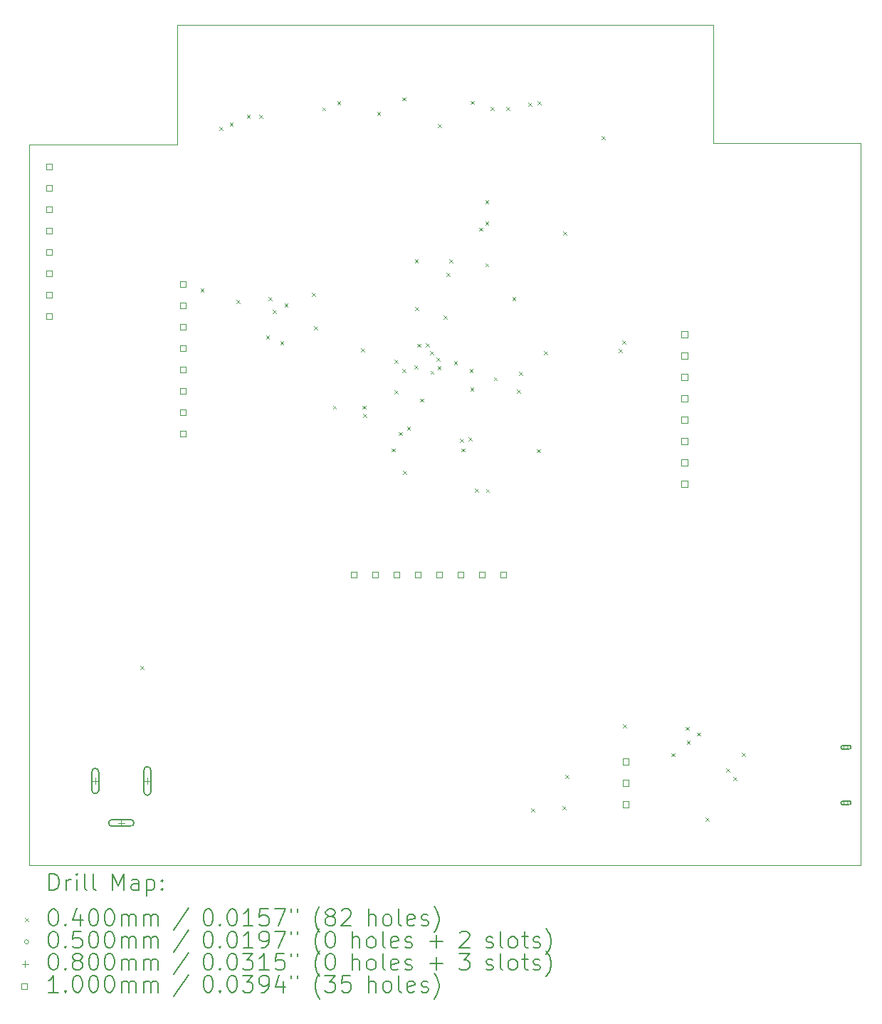
<source format=gbr>
%TF.GenerationSoftware,KiCad,Pcbnew,(7.0.0)*%
%TF.CreationDate,2023-08-05T12:50:27+01:00*%
%TF.ProjectId,DataIOTest,44617461-494f-4546-9573-742e6b696361,rev?*%
%TF.SameCoordinates,Original*%
%TF.FileFunction,Drillmap*%
%TF.FilePolarity,Positive*%
%FSLAX45Y45*%
G04 Gerber Fmt 4.5, Leading zero omitted, Abs format (unit mm)*
G04 Created by KiCad (PCBNEW (7.0.0)) date 2023-08-05 12:50:27*
%MOMM*%
%LPD*%
G01*
G04 APERTURE LIST*
%ADD10C,0.100000*%
%ADD11C,0.200000*%
%ADD12C,0.040000*%
%ADD13C,0.050000*%
%ADD14C,0.080000*%
G04 APERTURE END LIST*
D10*
X7696200Y-15671800D02*
X17589500Y-15671800D01*
X7696200Y-7100050D02*
X7696200Y-15671800D01*
X17589500Y-7086600D02*
X17589500Y-15671800D01*
X9461500Y-5676900D02*
X15836900Y-5676900D01*
X17589500Y-7086600D02*
X15836900Y-7086600D01*
X9461500Y-7100050D02*
X7696200Y-7100050D01*
X9461500Y-7100050D02*
X9461500Y-5676900D01*
X15836900Y-5676900D02*
X15836900Y-7086600D01*
D11*
D12*
X9020950Y-13300110D02*
X9060950Y-13340110D01*
X9060950Y-13300110D02*
X9020950Y-13340110D01*
X9735130Y-8812650D02*
X9775130Y-8852650D01*
X9775130Y-8812650D02*
X9735130Y-8852650D01*
X9962200Y-6888800D02*
X10002200Y-6928800D01*
X10002200Y-6888800D02*
X9962200Y-6928800D01*
X10082800Y-6840920D02*
X10122800Y-6880920D01*
X10122800Y-6840920D02*
X10082800Y-6880920D01*
X10165400Y-8946200D02*
X10205400Y-8986200D01*
X10205400Y-8946200D02*
X10165400Y-8986200D01*
X10284650Y-6749100D02*
X10324650Y-6789100D01*
X10324650Y-6749100D02*
X10284650Y-6789100D01*
X10432100Y-6749100D02*
X10472100Y-6789100D01*
X10472100Y-6749100D02*
X10432100Y-6789100D01*
X10514960Y-9374690D02*
X10554960Y-9414690D01*
X10554960Y-9374690D02*
X10514960Y-9414690D01*
X10542920Y-8914290D02*
X10582920Y-8954290D01*
X10582920Y-8914290D02*
X10542920Y-8954290D01*
X10593940Y-9069130D02*
X10633940Y-9109130D01*
X10633940Y-9069130D02*
X10593940Y-9109130D01*
X10683620Y-9440760D02*
X10723620Y-9480760D01*
X10723620Y-9440760D02*
X10683620Y-9480760D01*
X10734690Y-8994310D02*
X10774690Y-9034310D01*
X10774690Y-8994310D02*
X10734690Y-9034310D01*
X11062310Y-8863480D02*
X11102310Y-8903480D01*
X11102310Y-8863480D02*
X11062310Y-8903480D01*
X11086920Y-9261710D02*
X11126920Y-9301710D01*
X11126920Y-9261710D02*
X11086920Y-9301710D01*
X11183110Y-6658590D02*
X11223110Y-6698590D01*
X11223110Y-6658590D02*
X11183110Y-6698590D01*
X11310170Y-10206840D02*
X11350170Y-10246840D01*
X11350170Y-10206840D02*
X11310170Y-10246840D01*
X11360530Y-6585330D02*
X11400530Y-6625330D01*
X11400530Y-6585330D02*
X11360530Y-6625330D01*
X11646740Y-9525600D02*
X11686740Y-9565600D01*
X11686740Y-9525600D02*
X11646740Y-9565600D01*
X11658725Y-10206600D02*
X11698725Y-10246600D01*
X11698725Y-10206600D02*
X11658725Y-10246600D01*
X11671057Y-10306513D02*
X11711057Y-10346513D01*
X11711057Y-10306513D02*
X11671057Y-10346513D01*
X11836130Y-6711000D02*
X11876130Y-6751000D01*
X11876130Y-6711000D02*
X11836130Y-6751000D01*
X12007090Y-10714660D02*
X12047090Y-10754660D01*
X12047090Y-10714660D02*
X12007090Y-10754660D01*
X12041910Y-10026750D02*
X12081910Y-10066750D01*
X12081910Y-10026750D02*
X12041910Y-10066750D01*
X12043890Y-9662890D02*
X12083890Y-9702890D01*
X12083890Y-9662890D02*
X12043890Y-9702890D01*
X12091900Y-10518740D02*
X12131900Y-10558740D01*
X12131900Y-10518740D02*
X12091900Y-10558740D01*
X12134520Y-6540840D02*
X12174520Y-6580840D01*
X12174520Y-6540840D02*
X12134520Y-6580840D01*
X12136230Y-9771120D02*
X12176230Y-9811120D01*
X12176230Y-9771120D02*
X12136230Y-9811120D01*
X12147180Y-10983010D02*
X12187180Y-11023010D01*
X12187180Y-10983010D02*
X12147180Y-11023010D01*
X12191900Y-10457940D02*
X12231900Y-10497940D01*
X12231900Y-10457940D02*
X12191900Y-10497940D01*
X12281300Y-9728630D02*
X12321300Y-9768630D01*
X12321300Y-9728630D02*
X12281300Y-9768630D01*
X12285000Y-8463350D02*
X12325000Y-8503350D01*
X12325000Y-8463350D02*
X12285000Y-8503350D01*
X12287550Y-9035150D02*
X12327550Y-9075150D01*
X12327550Y-9035150D02*
X12287550Y-9075150D01*
X12311070Y-9469960D02*
X12351070Y-9509960D01*
X12351070Y-9469960D02*
X12311070Y-9509960D01*
X12345630Y-10120600D02*
X12385630Y-10160600D01*
X12385630Y-10120600D02*
X12345630Y-10160600D01*
X12414600Y-9467150D02*
X12454600Y-9507150D01*
X12454600Y-9467150D02*
X12414600Y-9507150D01*
X12465560Y-9560630D02*
X12505560Y-9600630D01*
X12505560Y-9560630D02*
X12465560Y-9600630D01*
X12469100Y-9791440D02*
X12509100Y-9831440D01*
X12509100Y-9791440D02*
X12469100Y-9831440D01*
X12539750Y-9633250D02*
X12579750Y-9673250D01*
X12579750Y-9633250D02*
X12539750Y-9673250D01*
X12554410Y-9735270D02*
X12594410Y-9775270D01*
X12594410Y-9735270D02*
X12554410Y-9775270D01*
X12558220Y-6858770D02*
X12598220Y-6898770D01*
X12598220Y-6858770D02*
X12558220Y-6898770D01*
X12628370Y-9135760D02*
X12668370Y-9175760D01*
X12668370Y-9135760D02*
X12628370Y-9175760D01*
X12660430Y-8625470D02*
X12700430Y-8665470D01*
X12700430Y-8625470D02*
X12660430Y-8665470D01*
X12693080Y-8463350D02*
X12733080Y-8503350D01*
X12733080Y-8463350D02*
X12693080Y-8503350D01*
X12750660Y-9677250D02*
X12790660Y-9717250D01*
X12790660Y-9677250D02*
X12750660Y-9717250D01*
X12819530Y-10600620D02*
X12859530Y-10640620D01*
X12859530Y-10600620D02*
X12819530Y-10640620D01*
X12835450Y-10714910D02*
X12875450Y-10754910D01*
X12875450Y-10714910D02*
X12835450Y-10754910D01*
X12920150Y-10584380D02*
X12960150Y-10624380D01*
X12960150Y-10584380D02*
X12920150Y-10624380D01*
X12935450Y-9769980D02*
X12975450Y-9809980D01*
X12975450Y-9769980D02*
X12935450Y-9809980D01*
X12945090Y-9989970D02*
X12985090Y-10029970D01*
X12985090Y-9989970D02*
X12945090Y-10029970D01*
X12950750Y-6581430D02*
X12990750Y-6621430D01*
X12990750Y-6581430D02*
X12950750Y-6621430D01*
X13001110Y-11191270D02*
X13041110Y-11231270D01*
X13041110Y-11191270D02*
X13001110Y-11231270D01*
X13051310Y-8090000D02*
X13091310Y-8130000D01*
X13091310Y-8090000D02*
X13051310Y-8130000D01*
X13121370Y-8513040D02*
X13161370Y-8553040D01*
X13161370Y-8513040D02*
X13121370Y-8553040D01*
X13121380Y-7765400D02*
X13161380Y-7805400D01*
X13161380Y-7765400D02*
X13121380Y-7805400D01*
X13121380Y-8017580D02*
X13161380Y-8057580D01*
X13161380Y-8017580D02*
X13121380Y-8057580D01*
X13130560Y-11196320D02*
X13170560Y-11236320D01*
X13170560Y-11196320D02*
X13130560Y-11236320D01*
X13183070Y-6654890D02*
X13223070Y-6694890D01*
X13223070Y-6654890D02*
X13183070Y-6694890D01*
X13223510Y-9867340D02*
X13263510Y-9907340D01*
X13263510Y-9867340D02*
X13223510Y-9907340D01*
X13374020Y-6656340D02*
X13414020Y-6696340D01*
X13414020Y-6656340D02*
X13374020Y-6696340D01*
X13444020Y-8918040D02*
X13484020Y-8958040D01*
X13484020Y-8918040D02*
X13444020Y-8958040D01*
X13497490Y-10018260D02*
X13537490Y-10058260D01*
X13537490Y-10018260D02*
X13497490Y-10058260D01*
X13523350Y-9803150D02*
X13563350Y-9843150D01*
X13563350Y-9803150D02*
X13523350Y-9843150D01*
X13635330Y-6603640D02*
X13675330Y-6643640D01*
X13675330Y-6603640D02*
X13635330Y-6643640D01*
X13670600Y-14991400D02*
X13710600Y-15031400D01*
X13710600Y-14991400D02*
X13670600Y-15031400D01*
X13738250Y-10723310D02*
X13778250Y-10763310D01*
X13778250Y-10723310D02*
X13738250Y-10763310D01*
X13742230Y-6586540D02*
X13782230Y-6626540D01*
X13782230Y-6586540D02*
X13742230Y-6626540D01*
X13817870Y-9560630D02*
X13857870Y-9600630D01*
X13857870Y-9560630D02*
X13817870Y-9600630D01*
X14038900Y-14966000D02*
X14078900Y-15006000D01*
X14078900Y-14966000D02*
X14038900Y-15006000D01*
X14052250Y-8134980D02*
X14092250Y-8174980D01*
X14092250Y-8134980D02*
X14052250Y-8174980D01*
X14077000Y-14597700D02*
X14117000Y-14637700D01*
X14117000Y-14597700D02*
X14077000Y-14637700D01*
X14504230Y-7003100D02*
X14544230Y-7043100D01*
X14544230Y-7003100D02*
X14504230Y-7043100D01*
X14711230Y-9534550D02*
X14751230Y-9574550D01*
X14751230Y-9534550D02*
X14711230Y-9574550D01*
X14749780Y-9434510D02*
X14789780Y-9474510D01*
X14789780Y-9434510D02*
X14749780Y-9474510D01*
X14762800Y-13992560D02*
X14802800Y-14032560D01*
X14802800Y-13992560D02*
X14762800Y-14032560D01*
X15336040Y-14338730D02*
X15376040Y-14378730D01*
X15376040Y-14338730D02*
X15336040Y-14378730D01*
X15506210Y-14025710D02*
X15546210Y-14065710D01*
X15546210Y-14025710D02*
X15506210Y-14065710D01*
X15517480Y-14188080D02*
X15557480Y-14228080D01*
X15557480Y-14188080D02*
X15517480Y-14228080D01*
X15638000Y-14091920D02*
X15678000Y-14131920D01*
X15678000Y-14091920D02*
X15638000Y-14131920D01*
X15743700Y-15104090D02*
X15783700Y-15144090D01*
X15783700Y-15104090D02*
X15743700Y-15144090D01*
X15989460Y-14518980D02*
X16029460Y-14558980D01*
X16029460Y-14518980D02*
X15989460Y-14558980D01*
X16071380Y-14624310D02*
X16111380Y-14664310D01*
X16111380Y-14624310D02*
X16071380Y-14664310D01*
X16172350Y-14333090D02*
X16212350Y-14373090D01*
X16212350Y-14333090D02*
X16172350Y-14373090D01*
D13*
X17436700Y-14269300D02*
G75*
G03*
X17436700Y-14269300I-25000J0D01*
G01*
D11*
X17376700Y-14294300D02*
X17446700Y-14294300D01*
X17446700Y-14294300D02*
G75*
G03*
X17446700Y-14244300I0J25000D01*
G01*
X17446700Y-14244300D02*
X17376700Y-14244300D01*
X17376700Y-14244300D02*
G75*
G03*
X17376700Y-14294300I0J-25000D01*
G01*
D13*
X17436700Y-14929300D02*
G75*
G03*
X17436700Y-14929300I-25000J0D01*
G01*
D11*
X17446700Y-14904300D02*
X17376700Y-14904300D01*
X17376700Y-14904300D02*
G75*
G03*
X17376700Y-14954300I0J-25000D01*
G01*
X17376700Y-14954300D02*
X17446700Y-14954300D01*
X17446700Y-14954300D02*
G75*
G03*
X17446700Y-14904300I0J25000D01*
G01*
D14*
X8483600Y-14628500D02*
X8483600Y-14708500D01*
X8443600Y-14668500D02*
X8523600Y-14668500D01*
D11*
X8443600Y-14558500D02*
X8443600Y-14778500D01*
X8443600Y-14778500D02*
G75*
G03*
X8523600Y-14778500I40000J0D01*
G01*
X8523600Y-14778500D02*
X8523600Y-14558500D01*
X8523600Y-14558500D02*
G75*
G03*
X8443600Y-14558500I-40000J0D01*
G01*
D14*
X8793600Y-15128500D02*
X8793600Y-15208500D01*
X8753600Y-15168500D02*
X8833600Y-15168500D01*
D11*
X8683600Y-15208500D02*
X8903600Y-15208500D01*
X8903600Y-15208500D02*
G75*
G03*
X8903600Y-15128500I0J40000D01*
G01*
X8903600Y-15128500D02*
X8683600Y-15128500D01*
X8683600Y-15128500D02*
G75*
G03*
X8683600Y-15208500I0J-40000D01*
G01*
D14*
X9103600Y-14628500D02*
X9103600Y-14708500D01*
X9063600Y-14668500D02*
X9143600Y-14668500D01*
D11*
X9063600Y-14538500D02*
X9063600Y-14798500D01*
X9063600Y-14798500D02*
G75*
G03*
X9143600Y-14798500I40000J0D01*
G01*
X9143600Y-14798500D02*
X9143600Y-14538500D01*
X9143600Y-14538500D02*
G75*
G03*
X9063600Y-14538500I-40000J0D01*
G01*
D10*
X7972856Y-7401356D02*
X7972856Y-7330644D01*
X7902144Y-7330644D01*
X7902144Y-7401356D01*
X7972856Y-7401356D01*
X7972856Y-7655356D02*
X7972856Y-7584644D01*
X7902144Y-7584644D01*
X7902144Y-7655356D01*
X7972856Y-7655356D01*
X7972856Y-7909356D02*
X7972856Y-7838644D01*
X7902144Y-7838644D01*
X7902144Y-7909356D01*
X7972856Y-7909356D01*
X7972856Y-8163356D02*
X7972856Y-8092644D01*
X7902144Y-8092644D01*
X7902144Y-8163356D01*
X7972856Y-8163356D01*
X7972856Y-8417356D02*
X7972856Y-8346644D01*
X7902144Y-8346644D01*
X7902144Y-8417356D01*
X7972856Y-8417356D01*
X7972856Y-8671356D02*
X7972856Y-8600644D01*
X7902144Y-8600644D01*
X7902144Y-8671356D01*
X7972856Y-8671356D01*
X7972856Y-8925356D02*
X7972856Y-8854644D01*
X7902144Y-8854644D01*
X7902144Y-8925356D01*
X7972856Y-8925356D01*
X7972856Y-9179356D02*
X7972856Y-9108644D01*
X7902144Y-9108644D01*
X7902144Y-9179356D01*
X7972856Y-9179356D01*
X9560356Y-8798356D02*
X9560356Y-8727644D01*
X9489644Y-8727644D01*
X9489644Y-8798356D01*
X9560356Y-8798356D01*
X9560356Y-9052356D02*
X9560356Y-8981644D01*
X9489644Y-8981644D01*
X9489644Y-9052356D01*
X9560356Y-9052356D01*
X9560356Y-9306356D02*
X9560356Y-9235644D01*
X9489644Y-9235644D01*
X9489644Y-9306356D01*
X9560356Y-9306356D01*
X9560356Y-9560356D02*
X9560356Y-9489644D01*
X9489644Y-9489644D01*
X9489644Y-9560356D01*
X9560356Y-9560356D01*
X9560356Y-9814356D02*
X9560356Y-9743644D01*
X9489644Y-9743644D01*
X9489644Y-9814356D01*
X9560356Y-9814356D01*
X9560356Y-10068356D02*
X9560356Y-9997644D01*
X9489644Y-9997644D01*
X9489644Y-10068356D01*
X9560356Y-10068356D01*
X9560356Y-10322356D02*
X9560356Y-10251644D01*
X9489644Y-10251644D01*
X9489644Y-10322356D01*
X9560356Y-10322356D01*
X9560356Y-10576356D02*
X9560356Y-10505644D01*
X9489644Y-10505644D01*
X9489644Y-10576356D01*
X9560356Y-10576356D01*
X11592356Y-12252756D02*
X11592356Y-12182044D01*
X11521644Y-12182044D01*
X11521644Y-12252756D01*
X11592356Y-12252756D01*
X11846356Y-12252756D02*
X11846356Y-12182044D01*
X11775644Y-12182044D01*
X11775644Y-12252756D01*
X11846356Y-12252756D01*
X12100356Y-12252756D02*
X12100356Y-12182044D01*
X12029644Y-12182044D01*
X12029644Y-12252756D01*
X12100356Y-12252756D01*
X12354356Y-12252756D02*
X12354356Y-12182044D01*
X12283644Y-12182044D01*
X12283644Y-12252756D01*
X12354356Y-12252756D01*
X12608356Y-12252756D02*
X12608356Y-12182044D01*
X12537644Y-12182044D01*
X12537644Y-12252756D01*
X12608356Y-12252756D01*
X12862356Y-12252756D02*
X12862356Y-12182044D01*
X12791644Y-12182044D01*
X12791644Y-12252756D01*
X12862356Y-12252756D01*
X13116356Y-12252756D02*
X13116356Y-12182044D01*
X13045644Y-12182044D01*
X13045644Y-12252756D01*
X13116356Y-12252756D01*
X13370356Y-12252756D02*
X13370356Y-12182044D01*
X13299644Y-12182044D01*
X13299644Y-12252756D01*
X13370356Y-12252756D01*
X14830856Y-14475256D02*
X14830856Y-14404544D01*
X14760144Y-14404544D01*
X14760144Y-14475256D01*
X14830856Y-14475256D01*
X14830856Y-14729256D02*
X14830856Y-14658544D01*
X14760144Y-14658544D01*
X14760144Y-14729256D01*
X14830856Y-14729256D01*
X14830856Y-14983256D02*
X14830856Y-14912544D01*
X14760144Y-14912544D01*
X14760144Y-14983256D01*
X14830856Y-14983256D01*
X15526806Y-9395256D02*
X15526806Y-9324544D01*
X15456094Y-9324544D01*
X15456094Y-9395256D01*
X15526806Y-9395256D01*
X15526806Y-9649256D02*
X15526806Y-9578544D01*
X15456094Y-9578544D01*
X15456094Y-9649256D01*
X15526806Y-9649256D01*
X15526806Y-9903256D02*
X15526806Y-9832544D01*
X15456094Y-9832544D01*
X15456094Y-9903256D01*
X15526806Y-9903256D01*
X15526806Y-10157256D02*
X15526806Y-10086544D01*
X15456094Y-10086544D01*
X15456094Y-10157256D01*
X15526806Y-10157256D01*
X15526806Y-10411256D02*
X15526806Y-10340544D01*
X15456094Y-10340544D01*
X15456094Y-10411256D01*
X15526806Y-10411256D01*
X15526806Y-10665256D02*
X15526806Y-10594544D01*
X15456094Y-10594544D01*
X15456094Y-10665256D01*
X15526806Y-10665256D01*
X15526806Y-10919256D02*
X15526806Y-10848544D01*
X15456094Y-10848544D01*
X15456094Y-10919256D01*
X15526806Y-10919256D01*
X15526806Y-11173256D02*
X15526806Y-11102544D01*
X15456094Y-11102544D01*
X15456094Y-11173256D01*
X15526806Y-11173256D01*
D11*
X7938819Y-15970276D02*
X7938819Y-15770276D01*
X7938819Y-15770276D02*
X7986438Y-15770276D01*
X7986438Y-15770276D02*
X8015009Y-15779800D01*
X8015009Y-15779800D02*
X8034057Y-15798848D01*
X8034057Y-15798848D02*
X8043581Y-15817895D01*
X8043581Y-15817895D02*
X8053105Y-15855990D01*
X8053105Y-15855990D02*
X8053105Y-15884562D01*
X8053105Y-15884562D02*
X8043581Y-15922657D01*
X8043581Y-15922657D02*
X8034057Y-15941705D01*
X8034057Y-15941705D02*
X8015009Y-15960752D01*
X8015009Y-15960752D02*
X7986438Y-15970276D01*
X7986438Y-15970276D02*
X7938819Y-15970276D01*
X8138819Y-15970276D02*
X8138819Y-15836943D01*
X8138819Y-15875038D02*
X8148343Y-15855990D01*
X8148343Y-15855990D02*
X8157867Y-15846467D01*
X8157867Y-15846467D02*
X8176914Y-15836943D01*
X8176914Y-15836943D02*
X8195962Y-15836943D01*
X8262628Y-15970276D02*
X8262628Y-15836943D01*
X8262628Y-15770276D02*
X8253105Y-15779800D01*
X8253105Y-15779800D02*
X8262628Y-15789324D01*
X8262628Y-15789324D02*
X8272152Y-15779800D01*
X8272152Y-15779800D02*
X8262628Y-15770276D01*
X8262628Y-15770276D02*
X8262628Y-15789324D01*
X8386438Y-15970276D02*
X8367390Y-15960752D01*
X8367390Y-15960752D02*
X8357867Y-15941705D01*
X8357867Y-15941705D02*
X8357867Y-15770276D01*
X8491200Y-15970276D02*
X8472152Y-15960752D01*
X8472152Y-15960752D02*
X8462629Y-15941705D01*
X8462629Y-15941705D02*
X8462629Y-15770276D01*
X8687390Y-15970276D02*
X8687390Y-15770276D01*
X8687390Y-15770276D02*
X8754057Y-15913133D01*
X8754057Y-15913133D02*
X8820724Y-15770276D01*
X8820724Y-15770276D02*
X8820724Y-15970276D01*
X9001676Y-15970276D02*
X9001676Y-15865514D01*
X9001676Y-15865514D02*
X8992152Y-15846467D01*
X8992152Y-15846467D02*
X8973105Y-15836943D01*
X8973105Y-15836943D02*
X8935009Y-15836943D01*
X8935009Y-15836943D02*
X8915962Y-15846467D01*
X9001676Y-15960752D02*
X8982629Y-15970276D01*
X8982629Y-15970276D02*
X8935009Y-15970276D01*
X8935009Y-15970276D02*
X8915962Y-15960752D01*
X8915962Y-15960752D02*
X8906438Y-15941705D01*
X8906438Y-15941705D02*
X8906438Y-15922657D01*
X8906438Y-15922657D02*
X8915962Y-15903609D01*
X8915962Y-15903609D02*
X8935009Y-15894086D01*
X8935009Y-15894086D02*
X8982629Y-15894086D01*
X8982629Y-15894086D02*
X9001676Y-15884562D01*
X9096914Y-15836943D02*
X9096914Y-16036943D01*
X9096914Y-15846467D02*
X9115962Y-15836943D01*
X9115962Y-15836943D02*
X9154057Y-15836943D01*
X9154057Y-15836943D02*
X9173105Y-15846467D01*
X9173105Y-15846467D02*
X9182629Y-15855990D01*
X9182629Y-15855990D02*
X9192152Y-15875038D01*
X9192152Y-15875038D02*
X9192152Y-15932181D01*
X9192152Y-15932181D02*
X9182629Y-15951228D01*
X9182629Y-15951228D02*
X9173105Y-15960752D01*
X9173105Y-15960752D02*
X9154057Y-15970276D01*
X9154057Y-15970276D02*
X9115962Y-15970276D01*
X9115962Y-15970276D02*
X9096914Y-15960752D01*
X9277867Y-15951228D02*
X9287390Y-15960752D01*
X9287390Y-15960752D02*
X9277867Y-15970276D01*
X9277867Y-15970276D02*
X9268343Y-15960752D01*
X9268343Y-15960752D02*
X9277867Y-15951228D01*
X9277867Y-15951228D02*
X9277867Y-15970276D01*
X9277867Y-15846467D02*
X9287390Y-15855990D01*
X9287390Y-15855990D02*
X9277867Y-15865514D01*
X9277867Y-15865514D02*
X9268343Y-15855990D01*
X9268343Y-15855990D02*
X9277867Y-15846467D01*
X9277867Y-15846467D02*
X9277867Y-15865514D01*
D12*
X7651200Y-16296800D02*
X7691200Y-16336800D01*
X7691200Y-16296800D02*
X7651200Y-16336800D01*
D11*
X7976914Y-16190276D02*
X7995962Y-16190276D01*
X7995962Y-16190276D02*
X8015009Y-16199800D01*
X8015009Y-16199800D02*
X8024533Y-16209324D01*
X8024533Y-16209324D02*
X8034057Y-16228371D01*
X8034057Y-16228371D02*
X8043581Y-16266467D01*
X8043581Y-16266467D02*
X8043581Y-16314086D01*
X8043581Y-16314086D02*
X8034057Y-16352181D01*
X8034057Y-16352181D02*
X8024533Y-16371228D01*
X8024533Y-16371228D02*
X8015009Y-16380752D01*
X8015009Y-16380752D02*
X7995962Y-16390276D01*
X7995962Y-16390276D02*
X7976914Y-16390276D01*
X7976914Y-16390276D02*
X7957867Y-16380752D01*
X7957867Y-16380752D02*
X7948343Y-16371228D01*
X7948343Y-16371228D02*
X7938819Y-16352181D01*
X7938819Y-16352181D02*
X7929295Y-16314086D01*
X7929295Y-16314086D02*
X7929295Y-16266467D01*
X7929295Y-16266467D02*
X7938819Y-16228371D01*
X7938819Y-16228371D02*
X7948343Y-16209324D01*
X7948343Y-16209324D02*
X7957867Y-16199800D01*
X7957867Y-16199800D02*
X7976914Y-16190276D01*
X8129295Y-16371228D02*
X8138819Y-16380752D01*
X8138819Y-16380752D02*
X8129295Y-16390276D01*
X8129295Y-16390276D02*
X8119771Y-16380752D01*
X8119771Y-16380752D02*
X8129295Y-16371228D01*
X8129295Y-16371228D02*
X8129295Y-16390276D01*
X8310248Y-16256943D02*
X8310248Y-16390276D01*
X8262628Y-16180752D02*
X8215009Y-16323609D01*
X8215009Y-16323609D02*
X8338819Y-16323609D01*
X8453105Y-16190276D02*
X8472152Y-16190276D01*
X8472152Y-16190276D02*
X8491200Y-16199800D01*
X8491200Y-16199800D02*
X8500724Y-16209324D01*
X8500724Y-16209324D02*
X8510248Y-16228371D01*
X8510248Y-16228371D02*
X8519771Y-16266467D01*
X8519771Y-16266467D02*
X8519771Y-16314086D01*
X8519771Y-16314086D02*
X8510248Y-16352181D01*
X8510248Y-16352181D02*
X8500724Y-16371228D01*
X8500724Y-16371228D02*
X8491200Y-16380752D01*
X8491200Y-16380752D02*
X8472152Y-16390276D01*
X8472152Y-16390276D02*
X8453105Y-16390276D01*
X8453105Y-16390276D02*
X8434057Y-16380752D01*
X8434057Y-16380752D02*
X8424533Y-16371228D01*
X8424533Y-16371228D02*
X8415010Y-16352181D01*
X8415010Y-16352181D02*
X8405486Y-16314086D01*
X8405486Y-16314086D02*
X8405486Y-16266467D01*
X8405486Y-16266467D02*
X8415010Y-16228371D01*
X8415010Y-16228371D02*
X8424533Y-16209324D01*
X8424533Y-16209324D02*
X8434057Y-16199800D01*
X8434057Y-16199800D02*
X8453105Y-16190276D01*
X8643581Y-16190276D02*
X8662629Y-16190276D01*
X8662629Y-16190276D02*
X8681676Y-16199800D01*
X8681676Y-16199800D02*
X8691200Y-16209324D01*
X8691200Y-16209324D02*
X8700724Y-16228371D01*
X8700724Y-16228371D02*
X8710248Y-16266467D01*
X8710248Y-16266467D02*
X8710248Y-16314086D01*
X8710248Y-16314086D02*
X8700724Y-16352181D01*
X8700724Y-16352181D02*
X8691200Y-16371228D01*
X8691200Y-16371228D02*
X8681676Y-16380752D01*
X8681676Y-16380752D02*
X8662629Y-16390276D01*
X8662629Y-16390276D02*
X8643581Y-16390276D01*
X8643581Y-16390276D02*
X8624533Y-16380752D01*
X8624533Y-16380752D02*
X8615010Y-16371228D01*
X8615010Y-16371228D02*
X8605486Y-16352181D01*
X8605486Y-16352181D02*
X8595962Y-16314086D01*
X8595962Y-16314086D02*
X8595962Y-16266467D01*
X8595962Y-16266467D02*
X8605486Y-16228371D01*
X8605486Y-16228371D02*
X8615010Y-16209324D01*
X8615010Y-16209324D02*
X8624533Y-16199800D01*
X8624533Y-16199800D02*
X8643581Y-16190276D01*
X8795962Y-16390276D02*
X8795962Y-16256943D01*
X8795962Y-16275990D02*
X8805486Y-16266467D01*
X8805486Y-16266467D02*
X8824533Y-16256943D01*
X8824533Y-16256943D02*
X8853105Y-16256943D01*
X8853105Y-16256943D02*
X8872152Y-16266467D01*
X8872152Y-16266467D02*
X8881676Y-16285514D01*
X8881676Y-16285514D02*
X8881676Y-16390276D01*
X8881676Y-16285514D02*
X8891200Y-16266467D01*
X8891200Y-16266467D02*
X8910248Y-16256943D01*
X8910248Y-16256943D02*
X8938819Y-16256943D01*
X8938819Y-16256943D02*
X8957867Y-16266467D01*
X8957867Y-16266467D02*
X8967391Y-16285514D01*
X8967391Y-16285514D02*
X8967391Y-16390276D01*
X9062629Y-16390276D02*
X9062629Y-16256943D01*
X9062629Y-16275990D02*
X9072152Y-16266467D01*
X9072152Y-16266467D02*
X9091200Y-16256943D01*
X9091200Y-16256943D02*
X9119772Y-16256943D01*
X9119772Y-16256943D02*
X9138819Y-16266467D01*
X9138819Y-16266467D02*
X9148343Y-16285514D01*
X9148343Y-16285514D02*
X9148343Y-16390276D01*
X9148343Y-16285514D02*
X9157867Y-16266467D01*
X9157867Y-16266467D02*
X9176914Y-16256943D01*
X9176914Y-16256943D02*
X9205486Y-16256943D01*
X9205486Y-16256943D02*
X9224533Y-16266467D01*
X9224533Y-16266467D02*
X9234057Y-16285514D01*
X9234057Y-16285514D02*
X9234057Y-16390276D01*
X9592152Y-16180752D02*
X9420724Y-16437895D01*
X9816914Y-16190276D02*
X9835962Y-16190276D01*
X9835962Y-16190276D02*
X9855010Y-16199800D01*
X9855010Y-16199800D02*
X9864533Y-16209324D01*
X9864533Y-16209324D02*
X9874057Y-16228371D01*
X9874057Y-16228371D02*
X9883581Y-16266467D01*
X9883581Y-16266467D02*
X9883581Y-16314086D01*
X9883581Y-16314086D02*
X9874057Y-16352181D01*
X9874057Y-16352181D02*
X9864533Y-16371228D01*
X9864533Y-16371228D02*
X9855010Y-16380752D01*
X9855010Y-16380752D02*
X9835962Y-16390276D01*
X9835962Y-16390276D02*
X9816914Y-16390276D01*
X9816914Y-16390276D02*
X9797867Y-16380752D01*
X9797867Y-16380752D02*
X9788343Y-16371228D01*
X9788343Y-16371228D02*
X9778819Y-16352181D01*
X9778819Y-16352181D02*
X9769295Y-16314086D01*
X9769295Y-16314086D02*
X9769295Y-16266467D01*
X9769295Y-16266467D02*
X9778819Y-16228371D01*
X9778819Y-16228371D02*
X9788343Y-16209324D01*
X9788343Y-16209324D02*
X9797867Y-16199800D01*
X9797867Y-16199800D02*
X9816914Y-16190276D01*
X9969295Y-16371228D02*
X9978819Y-16380752D01*
X9978819Y-16380752D02*
X9969295Y-16390276D01*
X9969295Y-16390276D02*
X9959772Y-16380752D01*
X9959772Y-16380752D02*
X9969295Y-16371228D01*
X9969295Y-16371228D02*
X9969295Y-16390276D01*
X10102629Y-16190276D02*
X10121676Y-16190276D01*
X10121676Y-16190276D02*
X10140724Y-16199800D01*
X10140724Y-16199800D02*
X10150248Y-16209324D01*
X10150248Y-16209324D02*
X10159772Y-16228371D01*
X10159772Y-16228371D02*
X10169295Y-16266467D01*
X10169295Y-16266467D02*
X10169295Y-16314086D01*
X10169295Y-16314086D02*
X10159772Y-16352181D01*
X10159772Y-16352181D02*
X10150248Y-16371228D01*
X10150248Y-16371228D02*
X10140724Y-16380752D01*
X10140724Y-16380752D02*
X10121676Y-16390276D01*
X10121676Y-16390276D02*
X10102629Y-16390276D01*
X10102629Y-16390276D02*
X10083581Y-16380752D01*
X10083581Y-16380752D02*
X10074057Y-16371228D01*
X10074057Y-16371228D02*
X10064533Y-16352181D01*
X10064533Y-16352181D02*
X10055010Y-16314086D01*
X10055010Y-16314086D02*
X10055010Y-16266467D01*
X10055010Y-16266467D02*
X10064533Y-16228371D01*
X10064533Y-16228371D02*
X10074057Y-16209324D01*
X10074057Y-16209324D02*
X10083581Y-16199800D01*
X10083581Y-16199800D02*
X10102629Y-16190276D01*
X10359772Y-16390276D02*
X10245486Y-16390276D01*
X10302629Y-16390276D02*
X10302629Y-16190276D01*
X10302629Y-16190276D02*
X10283581Y-16218848D01*
X10283581Y-16218848D02*
X10264533Y-16237895D01*
X10264533Y-16237895D02*
X10245486Y-16247419D01*
X10540724Y-16190276D02*
X10445486Y-16190276D01*
X10445486Y-16190276D02*
X10435962Y-16285514D01*
X10435962Y-16285514D02*
X10445486Y-16275990D01*
X10445486Y-16275990D02*
X10464533Y-16266467D01*
X10464533Y-16266467D02*
X10512153Y-16266467D01*
X10512153Y-16266467D02*
X10531200Y-16275990D01*
X10531200Y-16275990D02*
X10540724Y-16285514D01*
X10540724Y-16285514D02*
X10550248Y-16304562D01*
X10550248Y-16304562D02*
X10550248Y-16352181D01*
X10550248Y-16352181D02*
X10540724Y-16371228D01*
X10540724Y-16371228D02*
X10531200Y-16380752D01*
X10531200Y-16380752D02*
X10512153Y-16390276D01*
X10512153Y-16390276D02*
X10464533Y-16390276D01*
X10464533Y-16390276D02*
X10445486Y-16380752D01*
X10445486Y-16380752D02*
X10435962Y-16371228D01*
X10616914Y-16190276D02*
X10750248Y-16190276D01*
X10750248Y-16190276D02*
X10664533Y-16390276D01*
X10816914Y-16190276D02*
X10816914Y-16228371D01*
X10893105Y-16190276D02*
X10893105Y-16228371D01*
X11155962Y-16466467D02*
X11146438Y-16456943D01*
X11146438Y-16456943D02*
X11127391Y-16428371D01*
X11127391Y-16428371D02*
X11117867Y-16409324D01*
X11117867Y-16409324D02*
X11108343Y-16380752D01*
X11108343Y-16380752D02*
X11098819Y-16333133D01*
X11098819Y-16333133D02*
X11098819Y-16295038D01*
X11098819Y-16295038D02*
X11108343Y-16247419D01*
X11108343Y-16247419D02*
X11117867Y-16218848D01*
X11117867Y-16218848D02*
X11127391Y-16199800D01*
X11127391Y-16199800D02*
X11146438Y-16171228D01*
X11146438Y-16171228D02*
X11155962Y-16161705D01*
X11260724Y-16275990D02*
X11241676Y-16266467D01*
X11241676Y-16266467D02*
X11232152Y-16256943D01*
X11232152Y-16256943D02*
X11222629Y-16237895D01*
X11222629Y-16237895D02*
X11222629Y-16228371D01*
X11222629Y-16228371D02*
X11232152Y-16209324D01*
X11232152Y-16209324D02*
X11241676Y-16199800D01*
X11241676Y-16199800D02*
X11260724Y-16190276D01*
X11260724Y-16190276D02*
X11298819Y-16190276D01*
X11298819Y-16190276D02*
X11317867Y-16199800D01*
X11317867Y-16199800D02*
X11327391Y-16209324D01*
X11327391Y-16209324D02*
X11336914Y-16228371D01*
X11336914Y-16228371D02*
X11336914Y-16237895D01*
X11336914Y-16237895D02*
X11327391Y-16256943D01*
X11327391Y-16256943D02*
X11317867Y-16266467D01*
X11317867Y-16266467D02*
X11298819Y-16275990D01*
X11298819Y-16275990D02*
X11260724Y-16275990D01*
X11260724Y-16275990D02*
X11241676Y-16285514D01*
X11241676Y-16285514D02*
X11232152Y-16295038D01*
X11232152Y-16295038D02*
X11222629Y-16314086D01*
X11222629Y-16314086D02*
X11222629Y-16352181D01*
X11222629Y-16352181D02*
X11232152Y-16371228D01*
X11232152Y-16371228D02*
X11241676Y-16380752D01*
X11241676Y-16380752D02*
X11260724Y-16390276D01*
X11260724Y-16390276D02*
X11298819Y-16390276D01*
X11298819Y-16390276D02*
X11317867Y-16380752D01*
X11317867Y-16380752D02*
X11327391Y-16371228D01*
X11327391Y-16371228D02*
X11336914Y-16352181D01*
X11336914Y-16352181D02*
X11336914Y-16314086D01*
X11336914Y-16314086D02*
X11327391Y-16295038D01*
X11327391Y-16295038D02*
X11317867Y-16285514D01*
X11317867Y-16285514D02*
X11298819Y-16275990D01*
X11413105Y-16209324D02*
X11422629Y-16199800D01*
X11422629Y-16199800D02*
X11441676Y-16190276D01*
X11441676Y-16190276D02*
X11489295Y-16190276D01*
X11489295Y-16190276D02*
X11508343Y-16199800D01*
X11508343Y-16199800D02*
X11517867Y-16209324D01*
X11517867Y-16209324D02*
X11527391Y-16228371D01*
X11527391Y-16228371D02*
X11527391Y-16247419D01*
X11527391Y-16247419D02*
X11517867Y-16275990D01*
X11517867Y-16275990D02*
X11403581Y-16390276D01*
X11403581Y-16390276D02*
X11527391Y-16390276D01*
X11733105Y-16390276D02*
X11733105Y-16190276D01*
X11818819Y-16390276D02*
X11818819Y-16285514D01*
X11818819Y-16285514D02*
X11809295Y-16266467D01*
X11809295Y-16266467D02*
X11790248Y-16256943D01*
X11790248Y-16256943D02*
X11761676Y-16256943D01*
X11761676Y-16256943D02*
X11742629Y-16266467D01*
X11742629Y-16266467D02*
X11733105Y-16275990D01*
X11942629Y-16390276D02*
X11923581Y-16380752D01*
X11923581Y-16380752D02*
X11914057Y-16371228D01*
X11914057Y-16371228D02*
X11904533Y-16352181D01*
X11904533Y-16352181D02*
X11904533Y-16295038D01*
X11904533Y-16295038D02*
X11914057Y-16275990D01*
X11914057Y-16275990D02*
X11923581Y-16266467D01*
X11923581Y-16266467D02*
X11942629Y-16256943D01*
X11942629Y-16256943D02*
X11971200Y-16256943D01*
X11971200Y-16256943D02*
X11990248Y-16266467D01*
X11990248Y-16266467D02*
X11999772Y-16275990D01*
X11999772Y-16275990D02*
X12009295Y-16295038D01*
X12009295Y-16295038D02*
X12009295Y-16352181D01*
X12009295Y-16352181D02*
X11999772Y-16371228D01*
X11999772Y-16371228D02*
X11990248Y-16380752D01*
X11990248Y-16380752D02*
X11971200Y-16390276D01*
X11971200Y-16390276D02*
X11942629Y-16390276D01*
X12123581Y-16390276D02*
X12104533Y-16380752D01*
X12104533Y-16380752D02*
X12095010Y-16361705D01*
X12095010Y-16361705D02*
X12095010Y-16190276D01*
X12275962Y-16380752D02*
X12256914Y-16390276D01*
X12256914Y-16390276D02*
X12218819Y-16390276D01*
X12218819Y-16390276D02*
X12199772Y-16380752D01*
X12199772Y-16380752D02*
X12190248Y-16361705D01*
X12190248Y-16361705D02*
X12190248Y-16285514D01*
X12190248Y-16285514D02*
X12199772Y-16266467D01*
X12199772Y-16266467D02*
X12218819Y-16256943D01*
X12218819Y-16256943D02*
X12256914Y-16256943D01*
X12256914Y-16256943D02*
X12275962Y-16266467D01*
X12275962Y-16266467D02*
X12285486Y-16285514D01*
X12285486Y-16285514D02*
X12285486Y-16304562D01*
X12285486Y-16304562D02*
X12190248Y-16323609D01*
X12361676Y-16380752D02*
X12380724Y-16390276D01*
X12380724Y-16390276D02*
X12418819Y-16390276D01*
X12418819Y-16390276D02*
X12437867Y-16380752D01*
X12437867Y-16380752D02*
X12447391Y-16361705D01*
X12447391Y-16361705D02*
X12447391Y-16352181D01*
X12447391Y-16352181D02*
X12437867Y-16333133D01*
X12437867Y-16333133D02*
X12418819Y-16323609D01*
X12418819Y-16323609D02*
X12390248Y-16323609D01*
X12390248Y-16323609D02*
X12371200Y-16314086D01*
X12371200Y-16314086D02*
X12361676Y-16295038D01*
X12361676Y-16295038D02*
X12361676Y-16285514D01*
X12361676Y-16285514D02*
X12371200Y-16266467D01*
X12371200Y-16266467D02*
X12390248Y-16256943D01*
X12390248Y-16256943D02*
X12418819Y-16256943D01*
X12418819Y-16256943D02*
X12437867Y-16266467D01*
X12514057Y-16466467D02*
X12523581Y-16456943D01*
X12523581Y-16456943D02*
X12542629Y-16428371D01*
X12542629Y-16428371D02*
X12552153Y-16409324D01*
X12552153Y-16409324D02*
X12561676Y-16380752D01*
X12561676Y-16380752D02*
X12571200Y-16333133D01*
X12571200Y-16333133D02*
X12571200Y-16295038D01*
X12571200Y-16295038D02*
X12561676Y-16247419D01*
X12561676Y-16247419D02*
X12552153Y-16218848D01*
X12552153Y-16218848D02*
X12542629Y-16199800D01*
X12542629Y-16199800D02*
X12523581Y-16171228D01*
X12523581Y-16171228D02*
X12514057Y-16161705D01*
D13*
X7691200Y-16580800D02*
G75*
G03*
X7691200Y-16580800I-25000J0D01*
G01*
D11*
X7976914Y-16454276D02*
X7995962Y-16454276D01*
X7995962Y-16454276D02*
X8015009Y-16463800D01*
X8015009Y-16463800D02*
X8024533Y-16473324D01*
X8024533Y-16473324D02*
X8034057Y-16492371D01*
X8034057Y-16492371D02*
X8043581Y-16530467D01*
X8043581Y-16530467D02*
X8043581Y-16578086D01*
X8043581Y-16578086D02*
X8034057Y-16616181D01*
X8034057Y-16616181D02*
X8024533Y-16635228D01*
X8024533Y-16635228D02*
X8015009Y-16644752D01*
X8015009Y-16644752D02*
X7995962Y-16654276D01*
X7995962Y-16654276D02*
X7976914Y-16654276D01*
X7976914Y-16654276D02*
X7957867Y-16644752D01*
X7957867Y-16644752D02*
X7948343Y-16635228D01*
X7948343Y-16635228D02*
X7938819Y-16616181D01*
X7938819Y-16616181D02*
X7929295Y-16578086D01*
X7929295Y-16578086D02*
X7929295Y-16530467D01*
X7929295Y-16530467D02*
X7938819Y-16492371D01*
X7938819Y-16492371D02*
X7948343Y-16473324D01*
X7948343Y-16473324D02*
X7957867Y-16463800D01*
X7957867Y-16463800D02*
X7976914Y-16454276D01*
X8129295Y-16635228D02*
X8138819Y-16644752D01*
X8138819Y-16644752D02*
X8129295Y-16654276D01*
X8129295Y-16654276D02*
X8119771Y-16644752D01*
X8119771Y-16644752D02*
X8129295Y-16635228D01*
X8129295Y-16635228D02*
X8129295Y-16654276D01*
X8319771Y-16454276D02*
X8224533Y-16454276D01*
X8224533Y-16454276D02*
X8215009Y-16549514D01*
X8215009Y-16549514D02*
X8224533Y-16539990D01*
X8224533Y-16539990D02*
X8243581Y-16530467D01*
X8243581Y-16530467D02*
X8291200Y-16530467D01*
X8291200Y-16530467D02*
X8310248Y-16539990D01*
X8310248Y-16539990D02*
X8319771Y-16549514D01*
X8319771Y-16549514D02*
X8329295Y-16568562D01*
X8329295Y-16568562D02*
X8329295Y-16616181D01*
X8329295Y-16616181D02*
X8319771Y-16635228D01*
X8319771Y-16635228D02*
X8310248Y-16644752D01*
X8310248Y-16644752D02*
X8291200Y-16654276D01*
X8291200Y-16654276D02*
X8243581Y-16654276D01*
X8243581Y-16654276D02*
X8224533Y-16644752D01*
X8224533Y-16644752D02*
X8215009Y-16635228D01*
X8453105Y-16454276D02*
X8472152Y-16454276D01*
X8472152Y-16454276D02*
X8491200Y-16463800D01*
X8491200Y-16463800D02*
X8500724Y-16473324D01*
X8500724Y-16473324D02*
X8510248Y-16492371D01*
X8510248Y-16492371D02*
X8519771Y-16530467D01*
X8519771Y-16530467D02*
X8519771Y-16578086D01*
X8519771Y-16578086D02*
X8510248Y-16616181D01*
X8510248Y-16616181D02*
X8500724Y-16635228D01*
X8500724Y-16635228D02*
X8491200Y-16644752D01*
X8491200Y-16644752D02*
X8472152Y-16654276D01*
X8472152Y-16654276D02*
X8453105Y-16654276D01*
X8453105Y-16654276D02*
X8434057Y-16644752D01*
X8434057Y-16644752D02*
X8424533Y-16635228D01*
X8424533Y-16635228D02*
X8415010Y-16616181D01*
X8415010Y-16616181D02*
X8405486Y-16578086D01*
X8405486Y-16578086D02*
X8405486Y-16530467D01*
X8405486Y-16530467D02*
X8415010Y-16492371D01*
X8415010Y-16492371D02*
X8424533Y-16473324D01*
X8424533Y-16473324D02*
X8434057Y-16463800D01*
X8434057Y-16463800D02*
X8453105Y-16454276D01*
X8643581Y-16454276D02*
X8662629Y-16454276D01*
X8662629Y-16454276D02*
X8681676Y-16463800D01*
X8681676Y-16463800D02*
X8691200Y-16473324D01*
X8691200Y-16473324D02*
X8700724Y-16492371D01*
X8700724Y-16492371D02*
X8710248Y-16530467D01*
X8710248Y-16530467D02*
X8710248Y-16578086D01*
X8710248Y-16578086D02*
X8700724Y-16616181D01*
X8700724Y-16616181D02*
X8691200Y-16635228D01*
X8691200Y-16635228D02*
X8681676Y-16644752D01*
X8681676Y-16644752D02*
X8662629Y-16654276D01*
X8662629Y-16654276D02*
X8643581Y-16654276D01*
X8643581Y-16654276D02*
X8624533Y-16644752D01*
X8624533Y-16644752D02*
X8615010Y-16635228D01*
X8615010Y-16635228D02*
X8605486Y-16616181D01*
X8605486Y-16616181D02*
X8595962Y-16578086D01*
X8595962Y-16578086D02*
X8595962Y-16530467D01*
X8595962Y-16530467D02*
X8605486Y-16492371D01*
X8605486Y-16492371D02*
X8615010Y-16473324D01*
X8615010Y-16473324D02*
X8624533Y-16463800D01*
X8624533Y-16463800D02*
X8643581Y-16454276D01*
X8795962Y-16654276D02*
X8795962Y-16520943D01*
X8795962Y-16539990D02*
X8805486Y-16530467D01*
X8805486Y-16530467D02*
X8824533Y-16520943D01*
X8824533Y-16520943D02*
X8853105Y-16520943D01*
X8853105Y-16520943D02*
X8872152Y-16530467D01*
X8872152Y-16530467D02*
X8881676Y-16549514D01*
X8881676Y-16549514D02*
X8881676Y-16654276D01*
X8881676Y-16549514D02*
X8891200Y-16530467D01*
X8891200Y-16530467D02*
X8910248Y-16520943D01*
X8910248Y-16520943D02*
X8938819Y-16520943D01*
X8938819Y-16520943D02*
X8957867Y-16530467D01*
X8957867Y-16530467D02*
X8967391Y-16549514D01*
X8967391Y-16549514D02*
X8967391Y-16654276D01*
X9062629Y-16654276D02*
X9062629Y-16520943D01*
X9062629Y-16539990D02*
X9072152Y-16530467D01*
X9072152Y-16530467D02*
X9091200Y-16520943D01*
X9091200Y-16520943D02*
X9119772Y-16520943D01*
X9119772Y-16520943D02*
X9138819Y-16530467D01*
X9138819Y-16530467D02*
X9148343Y-16549514D01*
X9148343Y-16549514D02*
X9148343Y-16654276D01*
X9148343Y-16549514D02*
X9157867Y-16530467D01*
X9157867Y-16530467D02*
X9176914Y-16520943D01*
X9176914Y-16520943D02*
X9205486Y-16520943D01*
X9205486Y-16520943D02*
X9224533Y-16530467D01*
X9224533Y-16530467D02*
X9234057Y-16549514D01*
X9234057Y-16549514D02*
X9234057Y-16654276D01*
X9592152Y-16444752D02*
X9420724Y-16701895D01*
X9816914Y-16454276D02*
X9835962Y-16454276D01*
X9835962Y-16454276D02*
X9855010Y-16463800D01*
X9855010Y-16463800D02*
X9864533Y-16473324D01*
X9864533Y-16473324D02*
X9874057Y-16492371D01*
X9874057Y-16492371D02*
X9883581Y-16530467D01*
X9883581Y-16530467D02*
X9883581Y-16578086D01*
X9883581Y-16578086D02*
X9874057Y-16616181D01*
X9874057Y-16616181D02*
X9864533Y-16635228D01*
X9864533Y-16635228D02*
X9855010Y-16644752D01*
X9855010Y-16644752D02*
X9835962Y-16654276D01*
X9835962Y-16654276D02*
X9816914Y-16654276D01*
X9816914Y-16654276D02*
X9797867Y-16644752D01*
X9797867Y-16644752D02*
X9788343Y-16635228D01*
X9788343Y-16635228D02*
X9778819Y-16616181D01*
X9778819Y-16616181D02*
X9769295Y-16578086D01*
X9769295Y-16578086D02*
X9769295Y-16530467D01*
X9769295Y-16530467D02*
X9778819Y-16492371D01*
X9778819Y-16492371D02*
X9788343Y-16473324D01*
X9788343Y-16473324D02*
X9797867Y-16463800D01*
X9797867Y-16463800D02*
X9816914Y-16454276D01*
X9969295Y-16635228D02*
X9978819Y-16644752D01*
X9978819Y-16644752D02*
X9969295Y-16654276D01*
X9969295Y-16654276D02*
X9959772Y-16644752D01*
X9959772Y-16644752D02*
X9969295Y-16635228D01*
X9969295Y-16635228D02*
X9969295Y-16654276D01*
X10102629Y-16454276D02*
X10121676Y-16454276D01*
X10121676Y-16454276D02*
X10140724Y-16463800D01*
X10140724Y-16463800D02*
X10150248Y-16473324D01*
X10150248Y-16473324D02*
X10159772Y-16492371D01*
X10159772Y-16492371D02*
X10169295Y-16530467D01*
X10169295Y-16530467D02*
X10169295Y-16578086D01*
X10169295Y-16578086D02*
X10159772Y-16616181D01*
X10159772Y-16616181D02*
X10150248Y-16635228D01*
X10150248Y-16635228D02*
X10140724Y-16644752D01*
X10140724Y-16644752D02*
X10121676Y-16654276D01*
X10121676Y-16654276D02*
X10102629Y-16654276D01*
X10102629Y-16654276D02*
X10083581Y-16644752D01*
X10083581Y-16644752D02*
X10074057Y-16635228D01*
X10074057Y-16635228D02*
X10064533Y-16616181D01*
X10064533Y-16616181D02*
X10055010Y-16578086D01*
X10055010Y-16578086D02*
X10055010Y-16530467D01*
X10055010Y-16530467D02*
X10064533Y-16492371D01*
X10064533Y-16492371D02*
X10074057Y-16473324D01*
X10074057Y-16473324D02*
X10083581Y-16463800D01*
X10083581Y-16463800D02*
X10102629Y-16454276D01*
X10359772Y-16654276D02*
X10245486Y-16654276D01*
X10302629Y-16654276D02*
X10302629Y-16454276D01*
X10302629Y-16454276D02*
X10283581Y-16482848D01*
X10283581Y-16482848D02*
X10264533Y-16501895D01*
X10264533Y-16501895D02*
X10245486Y-16511419D01*
X10455010Y-16654276D02*
X10493105Y-16654276D01*
X10493105Y-16654276D02*
X10512153Y-16644752D01*
X10512153Y-16644752D02*
X10521676Y-16635228D01*
X10521676Y-16635228D02*
X10540724Y-16606657D01*
X10540724Y-16606657D02*
X10550248Y-16568562D01*
X10550248Y-16568562D02*
X10550248Y-16492371D01*
X10550248Y-16492371D02*
X10540724Y-16473324D01*
X10540724Y-16473324D02*
X10531200Y-16463800D01*
X10531200Y-16463800D02*
X10512153Y-16454276D01*
X10512153Y-16454276D02*
X10474057Y-16454276D01*
X10474057Y-16454276D02*
X10455010Y-16463800D01*
X10455010Y-16463800D02*
X10445486Y-16473324D01*
X10445486Y-16473324D02*
X10435962Y-16492371D01*
X10435962Y-16492371D02*
X10435962Y-16539990D01*
X10435962Y-16539990D02*
X10445486Y-16559038D01*
X10445486Y-16559038D02*
X10455010Y-16568562D01*
X10455010Y-16568562D02*
X10474057Y-16578086D01*
X10474057Y-16578086D02*
X10512153Y-16578086D01*
X10512153Y-16578086D02*
X10531200Y-16568562D01*
X10531200Y-16568562D02*
X10540724Y-16559038D01*
X10540724Y-16559038D02*
X10550248Y-16539990D01*
X10616914Y-16454276D02*
X10750248Y-16454276D01*
X10750248Y-16454276D02*
X10664533Y-16654276D01*
X10816914Y-16454276D02*
X10816914Y-16492371D01*
X10893105Y-16454276D02*
X10893105Y-16492371D01*
X11155962Y-16730467D02*
X11146438Y-16720943D01*
X11146438Y-16720943D02*
X11127391Y-16692371D01*
X11127391Y-16692371D02*
X11117867Y-16673324D01*
X11117867Y-16673324D02*
X11108343Y-16644752D01*
X11108343Y-16644752D02*
X11098819Y-16597133D01*
X11098819Y-16597133D02*
X11098819Y-16559038D01*
X11098819Y-16559038D02*
X11108343Y-16511419D01*
X11108343Y-16511419D02*
X11117867Y-16482848D01*
X11117867Y-16482848D02*
X11127391Y-16463800D01*
X11127391Y-16463800D02*
X11146438Y-16435228D01*
X11146438Y-16435228D02*
X11155962Y-16425705D01*
X11270248Y-16454276D02*
X11289295Y-16454276D01*
X11289295Y-16454276D02*
X11308343Y-16463800D01*
X11308343Y-16463800D02*
X11317867Y-16473324D01*
X11317867Y-16473324D02*
X11327391Y-16492371D01*
X11327391Y-16492371D02*
X11336914Y-16530467D01*
X11336914Y-16530467D02*
X11336914Y-16578086D01*
X11336914Y-16578086D02*
X11327391Y-16616181D01*
X11327391Y-16616181D02*
X11317867Y-16635228D01*
X11317867Y-16635228D02*
X11308343Y-16644752D01*
X11308343Y-16644752D02*
X11289295Y-16654276D01*
X11289295Y-16654276D02*
X11270248Y-16654276D01*
X11270248Y-16654276D02*
X11251200Y-16644752D01*
X11251200Y-16644752D02*
X11241676Y-16635228D01*
X11241676Y-16635228D02*
X11232152Y-16616181D01*
X11232152Y-16616181D02*
X11222629Y-16578086D01*
X11222629Y-16578086D02*
X11222629Y-16530467D01*
X11222629Y-16530467D02*
X11232152Y-16492371D01*
X11232152Y-16492371D02*
X11241676Y-16473324D01*
X11241676Y-16473324D02*
X11251200Y-16463800D01*
X11251200Y-16463800D02*
X11270248Y-16454276D01*
X11542629Y-16654276D02*
X11542629Y-16454276D01*
X11628343Y-16654276D02*
X11628343Y-16549514D01*
X11628343Y-16549514D02*
X11618819Y-16530467D01*
X11618819Y-16530467D02*
X11599772Y-16520943D01*
X11599772Y-16520943D02*
X11571200Y-16520943D01*
X11571200Y-16520943D02*
X11552152Y-16530467D01*
X11552152Y-16530467D02*
X11542629Y-16539990D01*
X11752152Y-16654276D02*
X11733105Y-16644752D01*
X11733105Y-16644752D02*
X11723581Y-16635228D01*
X11723581Y-16635228D02*
X11714057Y-16616181D01*
X11714057Y-16616181D02*
X11714057Y-16559038D01*
X11714057Y-16559038D02*
X11723581Y-16539990D01*
X11723581Y-16539990D02*
X11733105Y-16530467D01*
X11733105Y-16530467D02*
X11752152Y-16520943D01*
X11752152Y-16520943D02*
X11780724Y-16520943D01*
X11780724Y-16520943D02*
X11799772Y-16530467D01*
X11799772Y-16530467D02*
X11809295Y-16539990D01*
X11809295Y-16539990D02*
X11818819Y-16559038D01*
X11818819Y-16559038D02*
X11818819Y-16616181D01*
X11818819Y-16616181D02*
X11809295Y-16635228D01*
X11809295Y-16635228D02*
X11799772Y-16644752D01*
X11799772Y-16644752D02*
X11780724Y-16654276D01*
X11780724Y-16654276D02*
X11752152Y-16654276D01*
X11933105Y-16654276D02*
X11914057Y-16644752D01*
X11914057Y-16644752D02*
X11904533Y-16625705D01*
X11904533Y-16625705D02*
X11904533Y-16454276D01*
X12085486Y-16644752D02*
X12066438Y-16654276D01*
X12066438Y-16654276D02*
X12028343Y-16654276D01*
X12028343Y-16654276D02*
X12009295Y-16644752D01*
X12009295Y-16644752D02*
X11999772Y-16625705D01*
X11999772Y-16625705D02*
X11999772Y-16549514D01*
X11999772Y-16549514D02*
X12009295Y-16530467D01*
X12009295Y-16530467D02*
X12028343Y-16520943D01*
X12028343Y-16520943D02*
X12066438Y-16520943D01*
X12066438Y-16520943D02*
X12085486Y-16530467D01*
X12085486Y-16530467D02*
X12095010Y-16549514D01*
X12095010Y-16549514D02*
X12095010Y-16568562D01*
X12095010Y-16568562D02*
X11999772Y-16587609D01*
X12171200Y-16644752D02*
X12190248Y-16654276D01*
X12190248Y-16654276D02*
X12228343Y-16654276D01*
X12228343Y-16654276D02*
X12247391Y-16644752D01*
X12247391Y-16644752D02*
X12256914Y-16625705D01*
X12256914Y-16625705D02*
X12256914Y-16616181D01*
X12256914Y-16616181D02*
X12247391Y-16597133D01*
X12247391Y-16597133D02*
X12228343Y-16587609D01*
X12228343Y-16587609D02*
X12199772Y-16587609D01*
X12199772Y-16587609D02*
X12180724Y-16578086D01*
X12180724Y-16578086D02*
X12171200Y-16559038D01*
X12171200Y-16559038D02*
X12171200Y-16549514D01*
X12171200Y-16549514D02*
X12180724Y-16530467D01*
X12180724Y-16530467D02*
X12199772Y-16520943D01*
X12199772Y-16520943D02*
X12228343Y-16520943D01*
X12228343Y-16520943D02*
X12247391Y-16530467D01*
X12462629Y-16578086D02*
X12615010Y-16578086D01*
X12538819Y-16654276D02*
X12538819Y-16501895D01*
X12820724Y-16473324D02*
X12830248Y-16463800D01*
X12830248Y-16463800D02*
X12849295Y-16454276D01*
X12849295Y-16454276D02*
X12896914Y-16454276D01*
X12896914Y-16454276D02*
X12915962Y-16463800D01*
X12915962Y-16463800D02*
X12925486Y-16473324D01*
X12925486Y-16473324D02*
X12935010Y-16492371D01*
X12935010Y-16492371D02*
X12935010Y-16511419D01*
X12935010Y-16511419D02*
X12925486Y-16539990D01*
X12925486Y-16539990D02*
X12811200Y-16654276D01*
X12811200Y-16654276D02*
X12935010Y-16654276D01*
X13131200Y-16644752D02*
X13150248Y-16654276D01*
X13150248Y-16654276D02*
X13188343Y-16654276D01*
X13188343Y-16654276D02*
X13207391Y-16644752D01*
X13207391Y-16644752D02*
X13216914Y-16625705D01*
X13216914Y-16625705D02*
X13216914Y-16616181D01*
X13216914Y-16616181D02*
X13207391Y-16597133D01*
X13207391Y-16597133D02*
X13188343Y-16587609D01*
X13188343Y-16587609D02*
X13159772Y-16587609D01*
X13159772Y-16587609D02*
X13140724Y-16578086D01*
X13140724Y-16578086D02*
X13131200Y-16559038D01*
X13131200Y-16559038D02*
X13131200Y-16549514D01*
X13131200Y-16549514D02*
X13140724Y-16530467D01*
X13140724Y-16530467D02*
X13159772Y-16520943D01*
X13159772Y-16520943D02*
X13188343Y-16520943D01*
X13188343Y-16520943D02*
X13207391Y-16530467D01*
X13331200Y-16654276D02*
X13312153Y-16644752D01*
X13312153Y-16644752D02*
X13302629Y-16625705D01*
X13302629Y-16625705D02*
X13302629Y-16454276D01*
X13435962Y-16654276D02*
X13416914Y-16644752D01*
X13416914Y-16644752D02*
X13407391Y-16635228D01*
X13407391Y-16635228D02*
X13397867Y-16616181D01*
X13397867Y-16616181D02*
X13397867Y-16559038D01*
X13397867Y-16559038D02*
X13407391Y-16539990D01*
X13407391Y-16539990D02*
X13416914Y-16530467D01*
X13416914Y-16530467D02*
X13435962Y-16520943D01*
X13435962Y-16520943D02*
X13464534Y-16520943D01*
X13464534Y-16520943D02*
X13483581Y-16530467D01*
X13483581Y-16530467D02*
X13493105Y-16539990D01*
X13493105Y-16539990D02*
X13502629Y-16559038D01*
X13502629Y-16559038D02*
X13502629Y-16616181D01*
X13502629Y-16616181D02*
X13493105Y-16635228D01*
X13493105Y-16635228D02*
X13483581Y-16644752D01*
X13483581Y-16644752D02*
X13464534Y-16654276D01*
X13464534Y-16654276D02*
X13435962Y-16654276D01*
X13559772Y-16520943D02*
X13635962Y-16520943D01*
X13588343Y-16454276D02*
X13588343Y-16625705D01*
X13588343Y-16625705D02*
X13597867Y-16644752D01*
X13597867Y-16644752D02*
X13616914Y-16654276D01*
X13616914Y-16654276D02*
X13635962Y-16654276D01*
X13693105Y-16644752D02*
X13712153Y-16654276D01*
X13712153Y-16654276D02*
X13750248Y-16654276D01*
X13750248Y-16654276D02*
X13769295Y-16644752D01*
X13769295Y-16644752D02*
X13778819Y-16625705D01*
X13778819Y-16625705D02*
X13778819Y-16616181D01*
X13778819Y-16616181D02*
X13769295Y-16597133D01*
X13769295Y-16597133D02*
X13750248Y-16587609D01*
X13750248Y-16587609D02*
X13721676Y-16587609D01*
X13721676Y-16587609D02*
X13702629Y-16578086D01*
X13702629Y-16578086D02*
X13693105Y-16559038D01*
X13693105Y-16559038D02*
X13693105Y-16549514D01*
X13693105Y-16549514D02*
X13702629Y-16530467D01*
X13702629Y-16530467D02*
X13721676Y-16520943D01*
X13721676Y-16520943D02*
X13750248Y-16520943D01*
X13750248Y-16520943D02*
X13769295Y-16530467D01*
X13845486Y-16730467D02*
X13855010Y-16720943D01*
X13855010Y-16720943D02*
X13874057Y-16692371D01*
X13874057Y-16692371D02*
X13883581Y-16673324D01*
X13883581Y-16673324D02*
X13893105Y-16644752D01*
X13893105Y-16644752D02*
X13902629Y-16597133D01*
X13902629Y-16597133D02*
X13902629Y-16559038D01*
X13902629Y-16559038D02*
X13893105Y-16511419D01*
X13893105Y-16511419D02*
X13883581Y-16482848D01*
X13883581Y-16482848D02*
X13874057Y-16463800D01*
X13874057Y-16463800D02*
X13855010Y-16435228D01*
X13855010Y-16435228D02*
X13845486Y-16425705D01*
D14*
X7651200Y-16804800D02*
X7651200Y-16884800D01*
X7611200Y-16844800D02*
X7691200Y-16844800D01*
D11*
X7976914Y-16718276D02*
X7995962Y-16718276D01*
X7995962Y-16718276D02*
X8015009Y-16727800D01*
X8015009Y-16727800D02*
X8024533Y-16737324D01*
X8024533Y-16737324D02*
X8034057Y-16756371D01*
X8034057Y-16756371D02*
X8043581Y-16794467D01*
X8043581Y-16794467D02*
X8043581Y-16842086D01*
X8043581Y-16842086D02*
X8034057Y-16880181D01*
X8034057Y-16880181D02*
X8024533Y-16899229D01*
X8024533Y-16899229D02*
X8015009Y-16908752D01*
X8015009Y-16908752D02*
X7995962Y-16918276D01*
X7995962Y-16918276D02*
X7976914Y-16918276D01*
X7976914Y-16918276D02*
X7957867Y-16908752D01*
X7957867Y-16908752D02*
X7948343Y-16899229D01*
X7948343Y-16899229D02*
X7938819Y-16880181D01*
X7938819Y-16880181D02*
X7929295Y-16842086D01*
X7929295Y-16842086D02*
X7929295Y-16794467D01*
X7929295Y-16794467D02*
X7938819Y-16756371D01*
X7938819Y-16756371D02*
X7948343Y-16737324D01*
X7948343Y-16737324D02*
X7957867Y-16727800D01*
X7957867Y-16727800D02*
X7976914Y-16718276D01*
X8129295Y-16899229D02*
X8138819Y-16908752D01*
X8138819Y-16908752D02*
X8129295Y-16918276D01*
X8129295Y-16918276D02*
X8119771Y-16908752D01*
X8119771Y-16908752D02*
X8129295Y-16899229D01*
X8129295Y-16899229D02*
X8129295Y-16918276D01*
X8253105Y-16803990D02*
X8234057Y-16794467D01*
X8234057Y-16794467D02*
X8224533Y-16784943D01*
X8224533Y-16784943D02*
X8215009Y-16765895D01*
X8215009Y-16765895D02*
X8215009Y-16756371D01*
X8215009Y-16756371D02*
X8224533Y-16737324D01*
X8224533Y-16737324D02*
X8234057Y-16727800D01*
X8234057Y-16727800D02*
X8253105Y-16718276D01*
X8253105Y-16718276D02*
X8291200Y-16718276D01*
X8291200Y-16718276D02*
X8310248Y-16727800D01*
X8310248Y-16727800D02*
X8319771Y-16737324D01*
X8319771Y-16737324D02*
X8329295Y-16756371D01*
X8329295Y-16756371D02*
X8329295Y-16765895D01*
X8329295Y-16765895D02*
X8319771Y-16784943D01*
X8319771Y-16784943D02*
X8310248Y-16794467D01*
X8310248Y-16794467D02*
X8291200Y-16803990D01*
X8291200Y-16803990D02*
X8253105Y-16803990D01*
X8253105Y-16803990D02*
X8234057Y-16813514D01*
X8234057Y-16813514D02*
X8224533Y-16823038D01*
X8224533Y-16823038D02*
X8215009Y-16842086D01*
X8215009Y-16842086D02*
X8215009Y-16880181D01*
X8215009Y-16880181D02*
X8224533Y-16899229D01*
X8224533Y-16899229D02*
X8234057Y-16908752D01*
X8234057Y-16908752D02*
X8253105Y-16918276D01*
X8253105Y-16918276D02*
X8291200Y-16918276D01*
X8291200Y-16918276D02*
X8310248Y-16908752D01*
X8310248Y-16908752D02*
X8319771Y-16899229D01*
X8319771Y-16899229D02*
X8329295Y-16880181D01*
X8329295Y-16880181D02*
X8329295Y-16842086D01*
X8329295Y-16842086D02*
X8319771Y-16823038D01*
X8319771Y-16823038D02*
X8310248Y-16813514D01*
X8310248Y-16813514D02*
X8291200Y-16803990D01*
X8453105Y-16718276D02*
X8472152Y-16718276D01*
X8472152Y-16718276D02*
X8491200Y-16727800D01*
X8491200Y-16727800D02*
X8500724Y-16737324D01*
X8500724Y-16737324D02*
X8510248Y-16756371D01*
X8510248Y-16756371D02*
X8519771Y-16794467D01*
X8519771Y-16794467D02*
X8519771Y-16842086D01*
X8519771Y-16842086D02*
X8510248Y-16880181D01*
X8510248Y-16880181D02*
X8500724Y-16899229D01*
X8500724Y-16899229D02*
X8491200Y-16908752D01*
X8491200Y-16908752D02*
X8472152Y-16918276D01*
X8472152Y-16918276D02*
X8453105Y-16918276D01*
X8453105Y-16918276D02*
X8434057Y-16908752D01*
X8434057Y-16908752D02*
X8424533Y-16899229D01*
X8424533Y-16899229D02*
X8415010Y-16880181D01*
X8415010Y-16880181D02*
X8405486Y-16842086D01*
X8405486Y-16842086D02*
X8405486Y-16794467D01*
X8405486Y-16794467D02*
X8415010Y-16756371D01*
X8415010Y-16756371D02*
X8424533Y-16737324D01*
X8424533Y-16737324D02*
X8434057Y-16727800D01*
X8434057Y-16727800D02*
X8453105Y-16718276D01*
X8643581Y-16718276D02*
X8662629Y-16718276D01*
X8662629Y-16718276D02*
X8681676Y-16727800D01*
X8681676Y-16727800D02*
X8691200Y-16737324D01*
X8691200Y-16737324D02*
X8700724Y-16756371D01*
X8700724Y-16756371D02*
X8710248Y-16794467D01*
X8710248Y-16794467D02*
X8710248Y-16842086D01*
X8710248Y-16842086D02*
X8700724Y-16880181D01*
X8700724Y-16880181D02*
X8691200Y-16899229D01*
X8691200Y-16899229D02*
X8681676Y-16908752D01*
X8681676Y-16908752D02*
X8662629Y-16918276D01*
X8662629Y-16918276D02*
X8643581Y-16918276D01*
X8643581Y-16918276D02*
X8624533Y-16908752D01*
X8624533Y-16908752D02*
X8615010Y-16899229D01*
X8615010Y-16899229D02*
X8605486Y-16880181D01*
X8605486Y-16880181D02*
X8595962Y-16842086D01*
X8595962Y-16842086D02*
X8595962Y-16794467D01*
X8595962Y-16794467D02*
X8605486Y-16756371D01*
X8605486Y-16756371D02*
X8615010Y-16737324D01*
X8615010Y-16737324D02*
X8624533Y-16727800D01*
X8624533Y-16727800D02*
X8643581Y-16718276D01*
X8795962Y-16918276D02*
X8795962Y-16784943D01*
X8795962Y-16803990D02*
X8805486Y-16794467D01*
X8805486Y-16794467D02*
X8824533Y-16784943D01*
X8824533Y-16784943D02*
X8853105Y-16784943D01*
X8853105Y-16784943D02*
X8872152Y-16794467D01*
X8872152Y-16794467D02*
X8881676Y-16813514D01*
X8881676Y-16813514D02*
X8881676Y-16918276D01*
X8881676Y-16813514D02*
X8891200Y-16794467D01*
X8891200Y-16794467D02*
X8910248Y-16784943D01*
X8910248Y-16784943D02*
X8938819Y-16784943D01*
X8938819Y-16784943D02*
X8957867Y-16794467D01*
X8957867Y-16794467D02*
X8967391Y-16813514D01*
X8967391Y-16813514D02*
X8967391Y-16918276D01*
X9062629Y-16918276D02*
X9062629Y-16784943D01*
X9062629Y-16803990D02*
X9072152Y-16794467D01*
X9072152Y-16794467D02*
X9091200Y-16784943D01*
X9091200Y-16784943D02*
X9119772Y-16784943D01*
X9119772Y-16784943D02*
X9138819Y-16794467D01*
X9138819Y-16794467D02*
X9148343Y-16813514D01*
X9148343Y-16813514D02*
X9148343Y-16918276D01*
X9148343Y-16813514D02*
X9157867Y-16794467D01*
X9157867Y-16794467D02*
X9176914Y-16784943D01*
X9176914Y-16784943D02*
X9205486Y-16784943D01*
X9205486Y-16784943D02*
X9224533Y-16794467D01*
X9224533Y-16794467D02*
X9234057Y-16813514D01*
X9234057Y-16813514D02*
X9234057Y-16918276D01*
X9592152Y-16708752D02*
X9420724Y-16965895D01*
X9816914Y-16718276D02*
X9835962Y-16718276D01*
X9835962Y-16718276D02*
X9855010Y-16727800D01*
X9855010Y-16727800D02*
X9864533Y-16737324D01*
X9864533Y-16737324D02*
X9874057Y-16756371D01*
X9874057Y-16756371D02*
X9883581Y-16794467D01*
X9883581Y-16794467D02*
X9883581Y-16842086D01*
X9883581Y-16842086D02*
X9874057Y-16880181D01*
X9874057Y-16880181D02*
X9864533Y-16899229D01*
X9864533Y-16899229D02*
X9855010Y-16908752D01*
X9855010Y-16908752D02*
X9835962Y-16918276D01*
X9835962Y-16918276D02*
X9816914Y-16918276D01*
X9816914Y-16918276D02*
X9797867Y-16908752D01*
X9797867Y-16908752D02*
X9788343Y-16899229D01*
X9788343Y-16899229D02*
X9778819Y-16880181D01*
X9778819Y-16880181D02*
X9769295Y-16842086D01*
X9769295Y-16842086D02*
X9769295Y-16794467D01*
X9769295Y-16794467D02*
X9778819Y-16756371D01*
X9778819Y-16756371D02*
X9788343Y-16737324D01*
X9788343Y-16737324D02*
X9797867Y-16727800D01*
X9797867Y-16727800D02*
X9816914Y-16718276D01*
X9969295Y-16899229D02*
X9978819Y-16908752D01*
X9978819Y-16908752D02*
X9969295Y-16918276D01*
X9969295Y-16918276D02*
X9959772Y-16908752D01*
X9959772Y-16908752D02*
X9969295Y-16899229D01*
X9969295Y-16899229D02*
X9969295Y-16918276D01*
X10102629Y-16718276D02*
X10121676Y-16718276D01*
X10121676Y-16718276D02*
X10140724Y-16727800D01*
X10140724Y-16727800D02*
X10150248Y-16737324D01*
X10150248Y-16737324D02*
X10159772Y-16756371D01*
X10159772Y-16756371D02*
X10169295Y-16794467D01*
X10169295Y-16794467D02*
X10169295Y-16842086D01*
X10169295Y-16842086D02*
X10159772Y-16880181D01*
X10159772Y-16880181D02*
X10150248Y-16899229D01*
X10150248Y-16899229D02*
X10140724Y-16908752D01*
X10140724Y-16908752D02*
X10121676Y-16918276D01*
X10121676Y-16918276D02*
X10102629Y-16918276D01*
X10102629Y-16918276D02*
X10083581Y-16908752D01*
X10083581Y-16908752D02*
X10074057Y-16899229D01*
X10074057Y-16899229D02*
X10064533Y-16880181D01*
X10064533Y-16880181D02*
X10055010Y-16842086D01*
X10055010Y-16842086D02*
X10055010Y-16794467D01*
X10055010Y-16794467D02*
X10064533Y-16756371D01*
X10064533Y-16756371D02*
X10074057Y-16737324D01*
X10074057Y-16737324D02*
X10083581Y-16727800D01*
X10083581Y-16727800D02*
X10102629Y-16718276D01*
X10235962Y-16718276D02*
X10359772Y-16718276D01*
X10359772Y-16718276D02*
X10293105Y-16794467D01*
X10293105Y-16794467D02*
X10321676Y-16794467D01*
X10321676Y-16794467D02*
X10340724Y-16803990D01*
X10340724Y-16803990D02*
X10350248Y-16813514D01*
X10350248Y-16813514D02*
X10359772Y-16832562D01*
X10359772Y-16832562D02*
X10359772Y-16880181D01*
X10359772Y-16880181D02*
X10350248Y-16899229D01*
X10350248Y-16899229D02*
X10340724Y-16908752D01*
X10340724Y-16908752D02*
X10321676Y-16918276D01*
X10321676Y-16918276D02*
X10264533Y-16918276D01*
X10264533Y-16918276D02*
X10245486Y-16908752D01*
X10245486Y-16908752D02*
X10235962Y-16899229D01*
X10550248Y-16918276D02*
X10435962Y-16918276D01*
X10493105Y-16918276D02*
X10493105Y-16718276D01*
X10493105Y-16718276D02*
X10474057Y-16746848D01*
X10474057Y-16746848D02*
X10455010Y-16765895D01*
X10455010Y-16765895D02*
X10435962Y-16775419D01*
X10731200Y-16718276D02*
X10635962Y-16718276D01*
X10635962Y-16718276D02*
X10626438Y-16813514D01*
X10626438Y-16813514D02*
X10635962Y-16803990D01*
X10635962Y-16803990D02*
X10655010Y-16794467D01*
X10655010Y-16794467D02*
X10702629Y-16794467D01*
X10702629Y-16794467D02*
X10721676Y-16803990D01*
X10721676Y-16803990D02*
X10731200Y-16813514D01*
X10731200Y-16813514D02*
X10740724Y-16832562D01*
X10740724Y-16832562D02*
X10740724Y-16880181D01*
X10740724Y-16880181D02*
X10731200Y-16899229D01*
X10731200Y-16899229D02*
X10721676Y-16908752D01*
X10721676Y-16908752D02*
X10702629Y-16918276D01*
X10702629Y-16918276D02*
X10655010Y-16918276D01*
X10655010Y-16918276D02*
X10635962Y-16908752D01*
X10635962Y-16908752D02*
X10626438Y-16899229D01*
X10816914Y-16718276D02*
X10816914Y-16756371D01*
X10893105Y-16718276D02*
X10893105Y-16756371D01*
X11155962Y-16994467D02*
X11146438Y-16984943D01*
X11146438Y-16984943D02*
X11127391Y-16956371D01*
X11127391Y-16956371D02*
X11117867Y-16937324D01*
X11117867Y-16937324D02*
X11108343Y-16908752D01*
X11108343Y-16908752D02*
X11098819Y-16861133D01*
X11098819Y-16861133D02*
X11098819Y-16823038D01*
X11098819Y-16823038D02*
X11108343Y-16775419D01*
X11108343Y-16775419D02*
X11117867Y-16746848D01*
X11117867Y-16746848D02*
X11127391Y-16727800D01*
X11127391Y-16727800D02*
X11146438Y-16699228D01*
X11146438Y-16699228D02*
X11155962Y-16689705D01*
X11270248Y-16718276D02*
X11289295Y-16718276D01*
X11289295Y-16718276D02*
X11308343Y-16727800D01*
X11308343Y-16727800D02*
X11317867Y-16737324D01*
X11317867Y-16737324D02*
X11327391Y-16756371D01*
X11327391Y-16756371D02*
X11336914Y-16794467D01*
X11336914Y-16794467D02*
X11336914Y-16842086D01*
X11336914Y-16842086D02*
X11327391Y-16880181D01*
X11327391Y-16880181D02*
X11317867Y-16899229D01*
X11317867Y-16899229D02*
X11308343Y-16908752D01*
X11308343Y-16908752D02*
X11289295Y-16918276D01*
X11289295Y-16918276D02*
X11270248Y-16918276D01*
X11270248Y-16918276D02*
X11251200Y-16908752D01*
X11251200Y-16908752D02*
X11241676Y-16899229D01*
X11241676Y-16899229D02*
X11232152Y-16880181D01*
X11232152Y-16880181D02*
X11222629Y-16842086D01*
X11222629Y-16842086D02*
X11222629Y-16794467D01*
X11222629Y-16794467D02*
X11232152Y-16756371D01*
X11232152Y-16756371D02*
X11241676Y-16737324D01*
X11241676Y-16737324D02*
X11251200Y-16727800D01*
X11251200Y-16727800D02*
X11270248Y-16718276D01*
X11542629Y-16918276D02*
X11542629Y-16718276D01*
X11628343Y-16918276D02*
X11628343Y-16813514D01*
X11628343Y-16813514D02*
X11618819Y-16794467D01*
X11618819Y-16794467D02*
X11599772Y-16784943D01*
X11599772Y-16784943D02*
X11571200Y-16784943D01*
X11571200Y-16784943D02*
X11552152Y-16794467D01*
X11552152Y-16794467D02*
X11542629Y-16803990D01*
X11752152Y-16918276D02*
X11733105Y-16908752D01*
X11733105Y-16908752D02*
X11723581Y-16899229D01*
X11723581Y-16899229D02*
X11714057Y-16880181D01*
X11714057Y-16880181D02*
X11714057Y-16823038D01*
X11714057Y-16823038D02*
X11723581Y-16803990D01*
X11723581Y-16803990D02*
X11733105Y-16794467D01*
X11733105Y-16794467D02*
X11752152Y-16784943D01*
X11752152Y-16784943D02*
X11780724Y-16784943D01*
X11780724Y-16784943D02*
X11799772Y-16794467D01*
X11799772Y-16794467D02*
X11809295Y-16803990D01*
X11809295Y-16803990D02*
X11818819Y-16823038D01*
X11818819Y-16823038D02*
X11818819Y-16880181D01*
X11818819Y-16880181D02*
X11809295Y-16899229D01*
X11809295Y-16899229D02*
X11799772Y-16908752D01*
X11799772Y-16908752D02*
X11780724Y-16918276D01*
X11780724Y-16918276D02*
X11752152Y-16918276D01*
X11933105Y-16918276D02*
X11914057Y-16908752D01*
X11914057Y-16908752D02*
X11904533Y-16889705D01*
X11904533Y-16889705D02*
X11904533Y-16718276D01*
X12085486Y-16908752D02*
X12066438Y-16918276D01*
X12066438Y-16918276D02*
X12028343Y-16918276D01*
X12028343Y-16918276D02*
X12009295Y-16908752D01*
X12009295Y-16908752D02*
X11999772Y-16889705D01*
X11999772Y-16889705D02*
X11999772Y-16813514D01*
X11999772Y-16813514D02*
X12009295Y-16794467D01*
X12009295Y-16794467D02*
X12028343Y-16784943D01*
X12028343Y-16784943D02*
X12066438Y-16784943D01*
X12066438Y-16784943D02*
X12085486Y-16794467D01*
X12085486Y-16794467D02*
X12095010Y-16813514D01*
X12095010Y-16813514D02*
X12095010Y-16832562D01*
X12095010Y-16832562D02*
X11999772Y-16851610D01*
X12171200Y-16908752D02*
X12190248Y-16918276D01*
X12190248Y-16918276D02*
X12228343Y-16918276D01*
X12228343Y-16918276D02*
X12247391Y-16908752D01*
X12247391Y-16908752D02*
X12256914Y-16889705D01*
X12256914Y-16889705D02*
X12256914Y-16880181D01*
X12256914Y-16880181D02*
X12247391Y-16861133D01*
X12247391Y-16861133D02*
X12228343Y-16851610D01*
X12228343Y-16851610D02*
X12199772Y-16851610D01*
X12199772Y-16851610D02*
X12180724Y-16842086D01*
X12180724Y-16842086D02*
X12171200Y-16823038D01*
X12171200Y-16823038D02*
X12171200Y-16813514D01*
X12171200Y-16813514D02*
X12180724Y-16794467D01*
X12180724Y-16794467D02*
X12199772Y-16784943D01*
X12199772Y-16784943D02*
X12228343Y-16784943D01*
X12228343Y-16784943D02*
X12247391Y-16794467D01*
X12462629Y-16842086D02*
X12615010Y-16842086D01*
X12538819Y-16918276D02*
X12538819Y-16765895D01*
X12811200Y-16718276D02*
X12935010Y-16718276D01*
X12935010Y-16718276D02*
X12868343Y-16794467D01*
X12868343Y-16794467D02*
X12896914Y-16794467D01*
X12896914Y-16794467D02*
X12915962Y-16803990D01*
X12915962Y-16803990D02*
X12925486Y-16813514D01*
X12925486Y-16813514D02*
X12935010Y-16832562D01*
X12935010Y-16832562D02*
X12935010Y-16880181D01*
X12935010Y-16880181D02*
X12925486Y-16899229D01*
X12925486Y-16899229D02*
X12915962Y-16908752D01*
X12915962Y-16908752D02*
X12896914Y-16918276D01*
X12896914Y-16918276D02*
X12839772Y-16918276D01*
X12839772Y-16918276D02*
X12820724Y-16908752D01*
X12820724Y-16908752D02*
X12811200Y-16899229D01*
X13131200Y-16908752D02*
X13150248Y-16918276D01*
X13150248Y-16918276D02*
X13188343Y-16918276D01*
X13188343Y-16918276D02*
X13207391Y-16908752D01*
X13207391Y-16908752D02*
X13216914Y-16889705D01*
X13216914Y-16889705D02*
X13216914Y-16880181D01*
X13216914Y-16880181D02*
X13207391Y-16861133D01*
X13207391Y-16861133D02*
X13188343Y-16851610D01*
X13188343Y-16851610D02*
X13159772Y-16851610D01*
X13159772Y-16851610D02*
X13140724Y-16842086D01*
X13140724Y-16842086D02*
X13131200Y-16823038D01*
X13131200Y-16823038D02*
X13131200Y-16813514D01*
X13131200Y-16813514D02*
X13140724Y-16794467D01*
X13140724Y-16794467D02*
X13159772Y-16784943D01*
X13159772Y-16784943D02*
X13188343Y-16784943D01*
X13188343Y-16784943D02*
X13207391Y-16794467D01*
X13331200Y-16918276D02*
X13312153Y-16908752D01*
X13312153Y-16908752D02*
X13302629Y-16889705D01*
X13302629Y-16889705D02*
X13302629Y-16718276D01*
X13435962Y-16918276D02*
X13416914Y-16908752D01*
X13416914Y-16908752D02*
X13407391Y-16899229D01*
X13407391Y-16899229D02*
X13397867Y-16880181D01*
X13397867Y-16880181D02*
X13397867Y-16823038D01*
X13397867Y-16823038D02*
X13407391Y-16803990D01*
X13407391Y-16803990D02*
X13416914Y-16794467D01*
X13416914Y-16794467D02*
X13435962Y-16784943D01*
X13435962Y-16784943D02*
X13464534Y-16784943D01*
X13464534Y-16784943D02*
X13483581Y-16794467D01*
X13483581Y-16794467D02*
X13493105Y-16803990D01*
X13493105Y-16803990D02*
X13502629Y-16823038D01*
X13502629Y-16823038D02*
X13502629Y-16880181D01*
X13502629Y-16880181D02*
X13493105Y-16899229D01*
X13493105Y-16899229D02*
X13483581Y-16908752D01*
X13483581Y-16908752D02*
X13464534Y-16918276D01*
X13464534Y-16918276D02*
X13435962Y-16918276D01*
X13559772Y-16784943D02*
X13635962Y-16784943D01*
X13588343Y-16718276D02*
X13588343Y-16889705D01*
X13588343Y-16889705D02*
X13597867Y-16908752D01*
X13597867Y-16908752D02*
X13616914Y-16918276D01*
X13616914Y-16918276D02*
X13635962Y-16918276D01*
X13693105Y-16908752D02*
X13712153Y-16918276D01*
X13712153Y-16918276D02*
X13750248Y-16918276D01*
X13750248Y-16918276D02*
X13769295Y-16908752D01*
X13769295Y-16908752D02*
X13778819Y-16889705D01*
X13778819Y-16889705D02*
X13778819Y-16880181D01*
X13778819Y-16880181D02*
X13769295Y-16861133D01*
X13769295Y-16861133D02*
X13750248Y-16851610D01*
X13750248Y-16851610D02*
X13721676Y-16851610D01*
X13721676Y-16851610D02*
X13702629Y-16842086D01*
X13702629Y-16842086D02*
X13693105Y-16823038D01*
X13693105Y-16823038D02*
X13693105Y-16813514D01*
X13693105Y-16813514D02*
X13702629Y-16794467D01*
X13702629Y-16794467D02*
X13721676Y-16784943D01*
X13721676Y-16784943D02*
X13750248Y-16784943D01*
X13750248Y-16784943D02*
X13769295Y-16794467D01*
X13845486Y-16994467D02*
X13855010Y-16984943D01*
X13855010Y-16984943D02*
X13874057Y-16956371D01*
X13874057Y-16956371D02*
X13883581Y-16937324D01*
X13883581Y-16937324D02*
X13893105Y-16908752D01*
X13893105Y-16908752D02*
X13902629Y-16861133D01*
X13902629Y-16861133D02*
X13902629Y-16823038D01*
X13902629Y-16823038D02*
X13893105Y-16775419D01*
X13893105Y-16775419D02*
X13883581Y-16746848D01*
X13883581Y-16746848D02*
X13874057Y-16727800D01*
X13874057Y-16727800D02*
X13855010Y-16699228D01*
X13855010Y-16699228D02*
X13845486Y-16689705D01*
D10*
X7676556Y-17144156D02*
X7676556Y-17073444D01*
X7605844Y-17073444D01*
X7605844Y-17144156D01*
X7676556Y-17144156D01*
D11*
X8043581Y-17182276D02*
X7929295Y-17182276D01*
X7986438Y-17182276D02*
X7986438Y-16982276D01*
X7986438Y-16982276D02*
X7967390Y-17010848D01*
X7967390Y-17010848D02*
X7948343Y-17029895D01*
X7948343Y-17029895D02*
X7929295Y-17039419D01*
X8129295Y-17163229D02*
X8138819Y-17172752D01*
X8138819Y-17172752D02*
X8129295Y-17182276D01*
X8129295Y-17182276D02*
X8119771Y-17172752D01*
X8119771Y-17172752D02*
X8129295Y-17163229D01*
X8129295Y-17163229D02*
X8129295Y-17182276D01*
X8262628Y-16982276D02*
X8281676Y-16982276D01*
X8281676Y-16982276D02*
X8300724Y-16991800D01*
X8300724Y-16991800D02*
X8310248Y-17001324D01*
X8310248Y-17001324D02*
X8319771Y-17020371D01*
X8319771Y-17020371D02*
X8329295Y-17058467D01*
X8329295Y-17058467D02*
X8329295Y-17106086D01*
X8329295Y-17106086D02*
X8319771Y-17144181D01*
X8319771Y-17144181D02*
X8310248Y-17163229D01*
X8310248Y-17163229D02*
X8300724Y-17172752D01*
X8300724Y-17172752D02*
X8281676Y-17182276D01*
X8281676Y-17182276D02*
X8262628Y-17182276D01*
X8262628Y-17182276D02*
X8243581Y-17172752D01*
X8243581Y-17172752D02*
X8234057Y-17163229D01*
X8234057Y-17163229D02*
X8224533Y-17144181D01*
X8224533Y-17144181D02*
X8215009Y-17106086D01*
X8215009Y-17106086D02*
X8215009Y-17058467D01*
X8215009Y-17058467D02*
X8224533Y-17020371D01*
X8224533Y-17020371D02*
X8234057Y-17001324D01*
X8234057Y-17001324D02*
X8243581Y-16991800D01*
X8243581Y-16991800D02*
X8262628Y-16982276D01*
X8453105Y-16982276D02*
X8472152Y-16982276D01*
X8472152Y-16982276D02*
X8491200Y-16991800D01*
X8491200Y-16991800D02*
X8500724Y-17001324D01*
X8500724Y-17001324D02*
X8510248Y-17020371D01*
X8510248Y-17020371D02*
X8519771Y-17058467D01*
X8519771Y-17058467D02*
X8519771Y-17106086D01*
X8519771Y-17106086D02*
X8510248Y-17144181D01*
X8510248Y-17144181D02*
X8500724Y-17163229D01*
X8500724Y-17163229D02*
X8491200Y-17172752D01*
X8491200Y-17172752D02*
X8472152Y-17182276D01*
X8472152Y-17182276D02*
X8453105Y-17182276D01*
X8453105Y-17182276D02*
X8434057Y-17172752D01*
X8434057Y-17172752D02*
X8424533Y-17163229D01*
X8424533Y-17163229D02*
X8415010Y-17144181D01*
X8415010Y-17144181D02*
X8405486Y-17106086D01*
X8405486Y-17106086D02*
X8405486Y-17058467D01*
X8405486Y-17058467D02*
X8415010Y-17020371D01*
X8415010Y-17020371D02*
X8424533Y-17001324D01*
X8424533Y-17001324D02*
X8434057Y-16991800D01*
X8434057Y-16991800D02*
X8453105Y-16982276D01*
X8643581Y-16982276D02*
X8662629Y-16982276D01*
X8662629Y-16982276D02*
X8681676Y-16991800D01*
X8681676Y-16991800D02*
X8691200Y-17001324D01*
X8691200Y-17001324D02*
X8700724Y-17020371D01*
X8700724Y-17020371D02*
X8710248Y-17058467D01*
X8710248Y-17058467D02*
X8710248Y-17106086D01*
X8710248Y-17106086D02*
X8700724Y-17144181D01*
X8700724Y-17144181D02*
X8691200Y-17163229D01*
X8691200Y-17163229D02*
X8681676Y-17172752D01*
X8681676Y-17172752D02*
X8662629Y-17182276D01*
X8662629Y-17182276D02*
X8643581Y-17182276D01*
X8643581Y-17182276D02*
X8624533Y-17172752D01*
X8624533Y-17172752D02*
X8615010Y-17163229D01*
X8615010Y-17163229D02*
X8605486Y-17144181D01*
X8605486Y-17144181D02*
X8595962Y-17106086D01*
X8595962Y-17106086D02*
X8595962Y-17058467D01*
X8595962Y-17058467D02*
X8605486Y-17020371D01*
X8605486Y-17020371D02*
X8615010Y-17001324D01*
X8615010Y-17001324D02*
X8624533Y-16991800D01*
X8624533Y-16991800D02*
X8643581Y-16982276D01*
X8795962Y-17182276D02*
X8795962Y-17048943D01*
X8795962Y-17067990D02*
X8805486Y-17058467D01*
X8805486Y-17058467D02*
X8824533Y-17048943D01*
X8824533Y-17048943D02*
X8853105Y-17048943D01*
X8853105Y-17048943D02*
X8872152Y-17058467D01*
X8872152Y-17058467D02*
X8881676Y-17077514D01*
X8881676Y-17077514D02*
X8881676Y-17182276D01*
X8881676Y-17077514D02*
X8891200Y-17058467D01*
X8891200Y-17058467D02*
X8910248Y-17048943D01*
X8910248Y-17048943D02*
X8938819Y-17048943D01*
X8938819Y-17048943D02*
X8957867Y-17058467D01*
X8957867Y-17058467D02*
X8967391Y-17077514D01*
X8967391Y-17077514D02*
X8967391Y-17182276D01*
X9062629Y-17182276D02*
X9062629Y-17048943D01*
X9062629Y-17067990D02*
X9072152Y-17058467D01*
X9072152Y-17058467D02*
X9091200Y-17048943D01*
X9091200Y-17048943D02*
X9119772Y-17048943D01*
X9119772Y-17048943D02*
X9138819Y-17058467D01*
X9138819Y-17058467D02*
X9148343Y-17077514D01*
X9148343Y-17077514D02*
X9148343Y-17182276D01*
X9148343Y-17077514D02*
X9157867Y-17058467D01*
X9157867Y-17058467D02*
X9176914Y-17048943D01*
X9176914Y-17048943D02*
X9205486Y-17048943D01*
X9205486Y-17048943D02*
X9224533Y-17058467D01*
X9224533Y-17058467D02*
X9234057Y-17077514D01*
X9234057Y-17077514D02*
X9234057Y-17182276D01*
X9592152Y-16972752D02*
X9420724Y-17229895D01*
X9816914Y-16982276D02*
X9835962Y-16982276D01*
X9835962Y-16982276D02*
X9855010Y-16991800D01*
X9855010Y-16991800D02*
X9864533Y-17001324D01*
X9864533Y-17001324D02*
X9874057Y-17020371D01*
X9874057Y-17020371D02*
X9883581Y-17058467D01*
X9883581Y-17058467D02*
X9883581Y-17106086D01*
X9883581Y-17106086D02*
X9874057Y-17144181D01*
X9874057Y-17144181D02*
X9864533Y-17163229D01*
X9864533Y-17163229D02*
X9855010Y-17172752D01*
X9855010Y-17172752D02*
X9835962Y-17182276D01*
X9835962Y-17182276D02*
X9816914Y-17182276D01*
X9816914Y-17182276D02*
X9797867Y-17172752D01*
X9797867Y-17172752D02*
X9788343Y-17163229D01*
X9788343Y-17163229D02*
X9778819Y-17144181D01*
X9778819Y-17144181D02*
X9769295Y-17106086D01*
X9769295Y-17106086D02*
X9769295Y-17058467D01*
X9769295Y-17058467D02*
X9778819Y-17020371D01*
X9778819Y-17020371D02*
X9788343Y-17001324D01*
X9788343Y-17001324D02*
X9797867Y-16991800D01*
X9797867Y-16991800D02*
X9816914Y-16982276D01*
X9969295Y-17163229D02*
X9978819Y-17172752D01*
X9978819Y-17172752D02*
X9969295Y-17182276D01*
X9969295Y-17182276D02*
X9959772Y-17172752D01*
X9959772Y-17172752D02*
X9969295Y-17163229D01*
X9969295Y-17163229D02*
X9969295Y-17182276D01*
X10102629Y-16982276D02*
X10121676Y-16982276D01*
X10121676Y-16982276D02*
X10140724Y-16991800D01*
X10140724Y-16991800D02*
X10150248Y-17001324D01*
X10150248Y-17001324D02*
X10159772Y-17020371D01*
X10159772Y-17020371D02*
X10169295Y-17058467D01*
X10169295Y-17058467D02*
X10169295Y-17106086D01*
X10169295Y-17106086D02*
X10159772Y-17144181D01*
X10159772Y-17144181D02*
X10150248Y-17163229D01*
X10150248Y-17163229D02*
X10140724Y-17172752D01*
X10140724Y-17172752D02*
X10121676Y-17182276D01*
X10121676Y-17182276D02*
X10102629Y-17182276D01*
X10102629Y-17182276D02*
X10083581Y-17172752D01*
X10083581Y-17172752D02*
X10074057Y-17163229D01*
X10074057Y-17163229D02*
X10064533Y-17144181D01*
X10064533Y-17144181D02*
X10055010Y-17106086D01*
X10055010Y-17106086D02*
X10055010Y-17058467D01*
X10055010Y-17058467D02*
X10064533Y-17020371D01*
X10064533Y-17020371D02*
X10074057Y-17001324D01*
X10074057Y-17001324D02*
X10083581Y-16991800D01*
X10083581Y-16991800D02*
X10102629Y-16982276D01*
X10235962Y-16982276D02*
X10359772Y-16982276D01*
X10359772Y-16982276D02*
X10293105Y-17058467D01*
X10293105Y-17058467D02*
X10321676Y-17058467D01*
X10321676Y-17058467D02*
X10340724Y-17067990D01*
X10340724Y-17067990D02*
X10350248Y-17077514D01*
X10350248Y-17077514D02*
X10359772Y-17096562D01*
X10359772Y-17096562D02*
X10359772Y-17144181D01*
X10359772Y-17144181D02*
X10350248Y-17163229D01*
X10350248Y-17163229D02*
X10340724Y-17172752D01*
X10340724Y-17172752D02*
X10321676Y-17182276D01*
X10321676Y-17182276D02*
X10264533Y-17182276D01*
X10264533Y-17182276D02*
X10245486Y-17172752D01*
X10245486Y-17172752D02*
X10235962Y-17163229D01*
X10455010Y-17182276D02*
X10493105Y-17182276D01*
X10493105Y-17182276D02*
X10512153Y-17172752D01*
X10512153Y-17172752D02*
X10521676Y-17163229D01*
X10521676Y-17163229D02*
X10540724Y-17134657D01*
X10540724Y-17134657D02*
X10550248Y-17096562D01*
X10550248Y-17096562D02*
X10550248Y-17020371D01*
X10550248Y-17020371D02*
X10540724Y-17001324D01*
X10540724Y-17001324D02*
X10531200Y-16991800D01*
X10531200Y-16991800D02*
X10512153Y-16982276D01*
X10512153Y-16982276D02*
X10474057Y-16982276D01*
X10474057Y-16982276D02*
X10455010Y-16991800D01*
X10455010Y-16991800D02*
X10445486Y-17001324D01*
X10445486Y-17001324D02*
X10435962Y-17020371D01*
X10435962Y-17020371D02*
X10435962Y-17067990D01*
X10435962Y-17067990D02*
X10445486Y-17087038D01*
X10445486Y-17087038D02*
X10455010Y-17096562D01*
X10455010Y-17096562D02*
X10474057Y-17106086D01*
X10474057Y-17106086D02*
X10512153Y-17106086D01*
X10512153Y-17106086D02*
X10531200Y-17096562D01*
X10531200Y-17096562D02*
X10540724Y-17087038D01*
X10540724Y-17087038D02*
X10550248Y-17067990D01*
X10721676Y-17048943D02*
X10721676Y-17182276D01*
X10674057Y-16972752D02*
X10626438Y-17115610D01*
X10626438Y-17115610D02*
X10750248Y-17115610D01*
X10816914Y-16982276D02*
X10816914Y-17020371D01*
X10893105Y-16982276D02*
X10893105Y-17020371D01*
X11155962Y-17258467D02*
X11146438Y-17248943D01*
X11146438Y-17248943D02*
X11127391Y-17220371D01*
X11127391Y-17220371D02*
X11117867Y-17201324D01*
X11117867Y-17201324D02*
X11108343Y-17172752D01*
X11108343Y-17172752D02*
X11098819Y-17125133D01*
X11098819Y-17125133D02*
X11098819Y-17087038D01*
X11098819Y-17087038D02*
X11108343Y-17039419D01*
X11108343Y-17039419D02*
X11117867Y-17010848D01*
X11117867Y-17010848D02*
X11127391Y-16991800D01*
X11127391Y-16991800D02*
X11146438Y-16963229D01*
X11146438Y-16963229D02*
X11155962Y-16953705D01*
X11213105Y-16982276D02*
X11336914Y-16982276D01*
X11336914Y-16982276D02*
X11270248Y-17058467D01*
X11270248Y-17058467D02*
X11298819Y-17058467D01*
X11298819Y-17058467D02*
X11317867Y-17067990D01*
X11317867Y-17067990D02*
X11327391Y-17077514D01*
X11327391Y-17077514D02*
X11336914Y-17096562D01*
X11336914Y-17096562D02*
X11336914Y-17144181D01*
X11336914Y-17144181D02*
X11327391Y-17163229D01*
X11327391Y-17163229D02*
X11317867Y-17172752D01*
X11317867Y-17172752D02*
X11298819Y-17182276D01*
X11298819Y-17182276D02*
X11241676Y-17182276D01*
X11241676Y-17182276D02*
X11222629Y-17172752D01*
X11222629Y-17172752D02*
X11213105Y-17163229D01*
X11517867Y-16982276D02*
X11422629Y-16982276D01*
X11422629Y-16982276D02*
X11413105Y-17077514D01*
X11413105Y-17077514D02*
X11422629Y-17067990D01*
X11422629Y-17067990D02*
X11441676Y-17058467D01*
X11441676Y-17058467D02*
X11489295Y-17058467D01*
X11489295Y-17058467D02*
X11508343Y-17067990D01*
X11508343Y-17067990D02*
X11517867Y-17077514D01*
X11517867Y-17077514D02*
X11527391Y-17096562D01*
X11527391Y-17096562D02*
X11527391Y-17144181D01*
X11527391Y-17144181D02*
X11517867Y-17163229D01*
X11517867Y-17163229D02*
X11508343Y-17172752D01*
X11508343Y-17172752D02*
X11489295Y-17182276D01*
X11489295Y-17182276D02*
X11441676Y-17182276D01*
X11441676Y-17182276D02*
X11422629Y-17172752D01*
X11422629Y-17172752D02*
X11413105Y-17163229D01*
X11733105Y-17182276D02*
X11733105Y-16982276D01*
X11818819Y-17182276D02*
X11818819Y-17077514D01*
X11818819Y-17077514D02*
X11809295Y-17058467D01*
X11809295Y-17058467D02*
X11790248Y-17048943D01*
X11790248Y-17048943D02*
X11761676Y-17048943D01*
X11761676Y-17048943D02*
X11742629Y-17058467D01*
X11742629Y-17058467D02*
X11733105Y-17067990D01*
X11942629Y-17182276D02*
X11923581Y-17172752D01*
X11923581Y-17172752D02*
X11914057Y-17163229D01*
X11914057Y-17163229D02*
X11904533Y-17144181D01*
X11904533Y-17144181D02*
X11904533Y-17087038D01*
X11904533Y-17087038D02*
X11914057Y-17067990D01*
X11914057Y-17067990D02*
X11923581Y-17058467D01*
X11923581Y-17058467D02*
X11942629Y-17048943D01*
X11942629Y-17048943D02*
X11971200Y-17048943D01*
X11971200Y-17048943D02*
X11990248Y-17058467D01*
X11990248Y-17058467D02*
X11999772Y-17067990D01*
X11999772Y-17067990D02*
X12009295Y-17087038D01*
X12009295Y-17087038D02*
X12009295Y-17144181D01*
X12009295Y-17144181D02*
X11999772Y-17163229D01*
X11999772Y-17163229D02*
X11990248Y-17172752D01*
X11990248Y-17172752D02*
X11971200Y-17182276D01*
X11971200Y-17182276D02*
X11942629Y-17182276D01*
X12123581Y-17182276D02*
X12104533Y-17172752D01*
X12104533Y-17172752D02*
X12095010Y-17153705D01*
X12095010Y-17153705D02*
X12095010Y-16982276D01*
X12275962Y-17172752D02*
X12256914Y-17182276D01*
X12256914Y-17182276D02*
X12218819Y-17182276D01*
X12218819Y-17182276D02*
X12199772Y-17172752D01*
X12199772Y-17172752D02*
X12190248Y-17153705D01*
X12190248Y-17153705D02*
X12190248Y-17077514D01*
X12190248Y-17077514D02*
X12199772Y-17058467D01*
X12199772Y-17058467D02*
X12218819Y-17048943D01*
X12218819Y-17048943D02*
X12256914Y-17048943D01*
X12256914Y-17048943D02*
X12275962Y-17058467D01*
X12275962Y-17058467D02*
X12285486Y-17077514D01*
X12285486Y-17077514D02*
X12285486Y-17096562D01*
X12285486Y-17096562D02*
X12190248Y-17115610D01*
X12361676Y-17172752D02*
X12380724Y-17182276D01*
X12380724Y-17182276D02*
X12418819Y-17182276D01*
X12418819Y-17182276D02*
X12437867Y-17172752D01*
X12437867Y-17172752D02*
X12447391Y-17153705D01*
X12447391Y-17153705D02*
X12447391Y-17144181D01*
X12447391Y-17144181D02*
X12437867Y-17125133D01*
X12437867Y-17125133D02*
X12418819Y-17115610D01*
X12418819Y-17115610D02*
X12390248Y-17115610D01*
X12390248Y-17115610D02*
X12371200Y-17106086D01*
X12371200Y-17106086D02*
X12361676Y-17087038D01*
X12361676Y-17087038D02*
X12361676Y-17077514D01*
X12361676Y-17077514D02*
X12371200Y-17058467D01*
X12371200Y-17058467D02*
X12390248Y-17048943D01*
X12390248Y-17048943D02*
X12418819Y-17048943D01*
X12418819Y-17048943D02*
X12437867Y-17058467D01*
X12514057Y-17258467D02*
X12523581Y-17248943D01*
X12523581Y-17248943D02*
X12542629Y-17220371D01*
X12542629Y-17220371D02*
X12552153Y-17201324D01*
X12552153Y-17201324D02*
X12561676Y-17172752D01*
X12561676Y-17172752D02*
X12571200Y-17125133D01*
X12571200Y-17125133D02*
X12571200Y-17087038D01*
X12571200Y-17087038D02*
X12561676Y-17039419D01*
X12561676Y-17039419D02*
X12552153Y-17010848D01*
X12552153Y-17010848D02*
X12542629Y-16991800D01*
X12542629Y-16991800D02*
X12523581Y-16963229D01*
X12523581Y-16963229D02*
X12514057Y-16953705D01*
M02*

</source>
